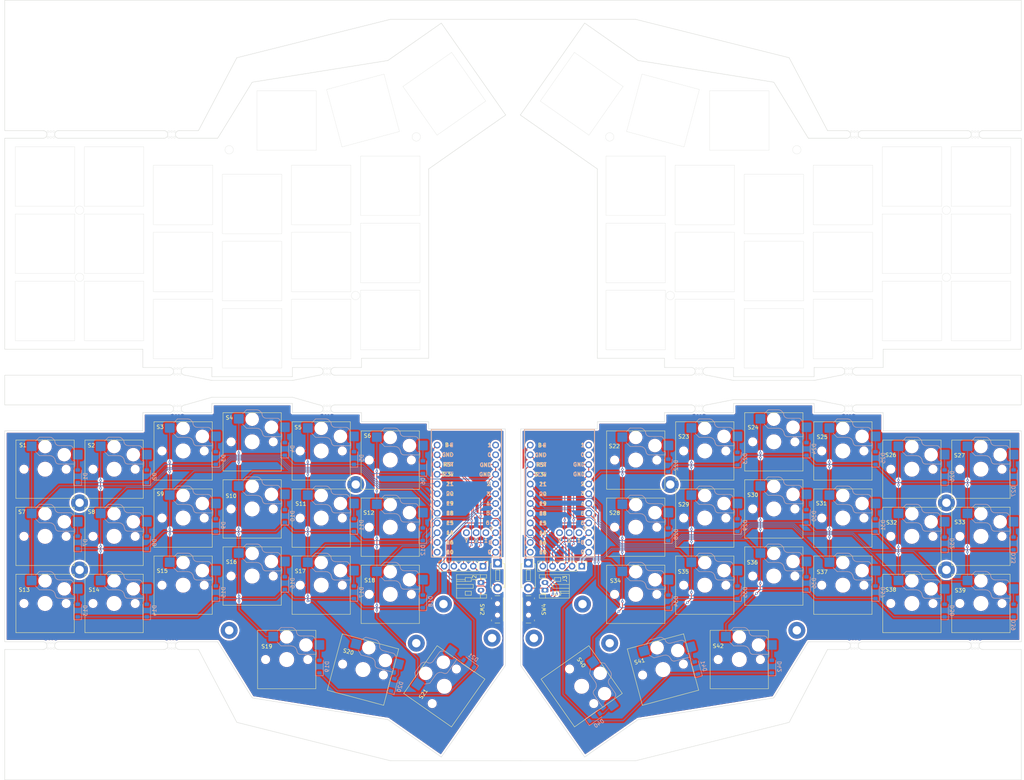
<source format=kicad_pcb>
(kicad_pcb (version 20240108) (generator "pcbnew") (generator_version "8.0")
  (layers (0 "F.Cu" signal) (31 "B.Cu" signal) (34 "B.Paste" user) (35 "F.Paste" user) (36 "B.SilkS" user "B.Silkscreen") (37 "F.SilkS" user "F.Silkscreen") (38 "B.Mask" user) (39 "F.Mask" user) (44 "Edge.Cuts" user))
  (net 0 "")
  (net 1 "row_0")
  (net 2 "Net-(D1-A)")
  (net 3 "Net-(D2-A)")
  (net 4 "Net-(D3-A)")
  (net 5 "Net-(D4-A)")
  (net 6 "Net-(D5-A)")
  (net 7 "Net-(D6-A)")
  (net 8 "row_1")
  (net 9 "Net-(D7-A)")
  (net 10 "Net-(D8-A)")
  (net 11 "Net-(D9-A)")
  (net 12 "Net-(D10-A)")
  (net 13 "Net-(D11-A)")
  (net 14 "Net-(D12-A)")
  (net 15 "row_2")
  (net 16 "Net-(D13-A)")
  (net 17 "Net-(D14-A)")
  (net 18 "Net-(D15-A)")
  (net 19 "Net-(D16-A)")
  (net 20 "Net-(D17-A)")
  (net 21 "Net-(D18-A)")
  (net 22 "Net-(D19-A)")
  (net 23 "row_3")
  (net 24 "Net-(D20-A)")
  (net 25 "Net-(D21-A)")
  (net 26 "col_0")
  (net 27 "col_1")
  (net 28 "col_2")
  (net 29 "col_3")
  (net 30 "col_4")
  (net 31 "col_5")
  (net 32 "vcc")
  (net 33 "ground")
  (net 35 "sck")
  (net 36 "mosi")
  (net 37 "cs")
  (net 40 "Net-(J2-Pin_2)")
  (net 41 "unconnected-(U1-2-Pad26)")
  (net 43 "reset")
  (net 44 "power")
  (net 45 "r_row_0")
  (net 46 "Net-(D22-A)")
  (net 47 "Net-(D23-A)")
  (net 48 "Net-(D24-A)")
  (net 49 "Net-(D25-A)")
  (net 50 "Net-(D26-A)")
  (net 51 "Net-(D27-A)")
  (net 52 "Net-(D28-A)")
  (net 53 "r_row_1")
  (net 54 "Net-(D29-A)")
  (net 55 "Net-(D30-A)")
  (net 56 "Net-(D31-A)")
  (net 57 "Net-(D32-A)")
  (net 58 "Net-(D33-A)")
  (net 59 "Net-(D34-A)")
  (net 60 "r_row_2")
  (net 61 "Net-(D35-A)")
  (net 62 "Net-(D36-A)")
  (net 63 "Net-(D37-A)")
  (net 64 "Net-(D38-A)")
  (net 65 "Net-(D39-A)")
  (net 66 "r_row_3")
  (net 67 "Net-(D40-A)")
  (net 68 "Net-(D41-A)")
  (net 69 "Net-(D42-A)")
  (net 70 "r_ground")
  (net 71 "Net-(J3-Pin_2)")
  (net 72 "r_sck")
  (net 73 "r_vcc")
  (net 74 "r_cs")
  (net 75 "r_mosi")
  (net 76 "r_col_0")
  (net 77 "r_col_1")
  (net 78 "r_col_2")
  (net 79 "r_col_3")
  (net 80 "r_col_4")
  (net 81 "r_col_5")
  (net 82 "r_reset")
  (net 83 "r_power")
  (footprint "MountingHole:MountingHole_2.2mm_M2_Pad" (layer "F.Cu") (at 261.48 151.8305)
    (property "Reference" "H9" (hide yes))
    (property "Value" "Mounting_Hole" (hide yes))
  )
  (footprint "ScottoKeebs_Hotswap:Hotswap_Choc_V1_1.00u" (layer "F.Cu") (at 234.48 120.8185)
    (property "Reference" "S25")
    (property "Value" "Keyswitch" (hide yes))
  )
  (footprint "ScottoKeebs_Hotswap:Hotswap_Choc_V1_1.00u" (layer "F.Cu") (at 180.48 140.6995)
    (property "Reference" "S28")
    (property "Value" "Keyswitch" (hide yes))
  )
  (footprint "ScottoKeebs_Hotswap:Hotswap_Choc_V1_1.00u" (layer "F.Cu") (at 44.48 160.5805)
    (property "Reference" "S14")
    (property "Value" "Keyswitch" (hide yes))
  )
  (footprint "ScottoKeebs_Hotswap:Hotswap_Choc_V1_1.00u" (layer "F.Cu") (at 180.48 123.1995)
    (property "Reference" "S22")
    (property "Value" "Keyswitch" (hide yes))
  )
  (footprint "ScottoKeebs_Hotswap:Hotswap_Choc_V1_1.00u" (layer "F.Cu") (at 187.586706 177.818502 15)
    (property "Reference" "S41")
    (property "Value" "Keyswitch" (hide yes))
  )
  (footprint "ScottoKeebs_Hotswap:Hotswap_Choc_V1_1.50u" (layer "F.Cu") (at 130.572739 182.17509 55)
    (property "Reference" "S21")
    (property "Value" "Keyswitch" (hide yes))
  )
  (footprint "ScottoKeebs_Hotswap:Hotswap_Choc_V1_1.00u" (layer "F.Cu") (at 98.48 155.8185)
    (property "Reference" "S17")
    (property "Value" "Keyswitch" (hide yes))
  )
  (footprint "ScottoKeebs_Hotswap:Hotswap_Choc_V1_1.00u" (layer "F.Cu") (at 89.48 175.1995)
    (property "Reference" "S19")
    (property "Value" "Keyswitch" (hide yes))
  )
  (footprint "ScottoKeebs_Components:Switch_MSK12C02" (layer "F.Cu") (at 152.53 162.1305 90)
    (property "Reference" "SW4")
    (property "Value" "SW_SPST")
  )
  (footprint "MountingHole:MountingHole_2.2mm_M2_Pad" (layer "F.Cu") (at 107.48 129.5685)
    (property "Reference" "H3" (hide yes))
    (property "Value" "Mounting_Hole" (hide yes))
  )
  (footprint "ScottoKeebs_Hotswap:Hotswap_Choc_V1_1.00u" (layer "F.Cu") (at 62.48 138.3185)
    (property "Reference" "S9")
    (property "Value" "Keyswitch" (hide yes))
  )
  (footprint "MountingHole:MountingHole_2.2mm_M2_Pad" (layer "F.Cu") (at 35.48 134.3305)
    (property "Reference" "H1" (hide yes))
    (property "Value" "Mounting_Hole" (hide yes))
  )
  (footprint "ScottoKeebs_Hotswap:Hotswap_Choc_V1_1.00u" (layer "F.Cu") (at 198.48 138.3185)
    (property "Reference" "S29")
    (property "Value" "Keyswitch" (hide yes))
  )
  (footprint "ScottoKeebs_Hotswap:Hotswap_Choc_V1_1.00u" (layer "F.Cu") (at 252.48 125.5805)
    (property "Reference" "S26")
    (property "Value" "Keyswitch" (hide yes))
  )
  (footprint "ScottoKeebs_Hotswap:Hotswap_Choc_V1_1.00u" (layer "F.Cu") (at 80.48 135.9375)
    (property "Reference" "S10")
    (property "Value" "Keyswitch" (hide yes))
  )
  (footprint "MountingHole:MountingHole_2.2mm_M2_Pad" (layer "F.Cu") (at 189.48 129.5685)
    (property "Reference" "H10" (hide yes))
    (property "Value" "Mounting_Hole" (hide yes))
  )
  (footprint "ScottoKeebs_Hotswap:Hotswap_Choc_V1_1.00u" (layer "F.Cu") (at 44.48 125.5805)
    (property "Reference" "S2")
    (property "Value" "Keyswitch" (hide yes))
  )
  (footprint "Connector_PinHeader_2.54mm:PinHeader_1x05_P2.54mm_Vertical" (layer "F.Cu") (at 166.42 150.8705 -90)
    (property "Reference" "J4" (hide yes))
    (property "Value" "Conn_01x05")
  )
  (footprint "ScottoKeebs_Hotswap:Hotswap_Choc_V1_1.00u" (layer "F.Cu") (at 62.48 120.8185)
    (property "Reference" "S3")
    (property "Value" "Keyswitch" (hide yes))
  )
  (footprint "MountingHole:MountingHole_2.2mm_M2_Pad" (layer "F.Cu") (at 123.266588 170.937504)
    (property "Reference" "H5" (hide yes))
    (property "Value" "Mounting_Hole" (hide yes))
  )
  (footprint "ScottoKeebs_Hotswap:Hotswap_Choc_V1_1.00u" (layer "F.Cu") (at 116.48 140.6995)
    (property "Reference" "S12")
    (property "Value" "Keyswitch" (hide yes))
  )
  (footprint "ScottoKeebs_Components:Button_MJTP1243" (layer "F.Cu") (at 152.47 150.0705 -90)
    (property "Reference" "SW3" (hide yes))
    (property "Value" "Reset Button")
  )
  (footprint "MountingHole:MountingHole_2.2mm_M2_Pad" (layer "F.Cu") (at 130.353229 160.741138)
    (property "Reference" "H6" (hide yes))
    (property "Value" "Mounting_Hole" (hide yes))
  )
  (footprint "ScottoKeebs_Hotswap:Hotswap_Choc_V1_1.00u" (layer "F.Cu") (at 62.48 155.8185)
    (property "Reference" "S15")
    (property "Value" "Keyswitch" (hide yes))
  )
  (footprint "ScottoKeebs_Hotswap:Hotswap_Choc_V1_1.00u" (layer "F.Cu") (at 44.48 143.0805)
    (property "Reference" "S8")
    (property "Value" "Keyswitch" (hide yes))
  )
  (footprint "ScottoKeebs_Hotswap:Hotswap_Choc_V1_1.00u" (layer "F.Cu") (at 116.48 123.1995)
    (property "Reference" "S6")
    (property "Value" "Keyswitch" (hide yes))
  )
  (footprint "ScottoKeebs_Hotswap:Hotswap_Choc_V1_1.00u" (layer "F.Cu") (at 198.48 155.8185)
    (property "Reference" "S35")
    (property "Value" "Keyswitch" (hide yes))
  )
  (footprint "MountingHole:MountingHole_2.2mm_M2_Pad" (layer "F.Cu") (at 153.93 169.618)
    (property "Reference" "H13" (hide yes))
    (property "Value" "Mounting_Hole" (hide yes))
  )
  (footprint "ScottoKeebs_Hotswap:Hotswap_Choc_V1_1.00u" (layer "F.Cu") (at 252.48 160.5805)
    (property "Reference" "S38")
    (property "Value" "Keyswitch" (hide yes))
  )
  (footprint "ScottoKeebs_Hotswap:Hotswap_Choc_V1_1.00u" (layer "F.Cu") (at 80.48 153.4375)
    (property "Reference" "S16")
    (property "Value" "Keyswitch" (hide yes))
  )
  (footprint "Connector_JST:JST_PH_S2B-PH-K_1x02_P2.00mm_Horizontal" (layer "F.Cu") (at 156.82 157.1205 90)
    (property "Reference" "J3")
    (property "Value" "Conn_01x02" (hide yes))
  )
  (footprint "ScottoKeebs_Hotswap:Hotswap_Choc_V1_1.00u" (layer "F.Cu") (at 270.48 143.0805)
    (property "Reference" "S33")
    (property "Value" "Keyswitch" (hide yes))
  )
  (footprint "ScottoKeebs_Hotswap:Hotswap_Choc_V1_1.00u" (layer "F.Cu") (at 216.48 118.4375)
    (property "Reference" "S24")
    (property "Value" "Keyswitch" (hide yes))
  )
  (footprint "ScottoKeebs_Components:Button_MJTP1243" (layer "F.Cu") (at 144.47 150.0705 -90)
    (property "Reference" "SW1" (hide yes))
    (property "Value" "Reset Button")
  )
  (footprint "ScottoKeebs_Hotswap:Hotswap_Choc_V1_1.00u" (layer "F.Cu") (at 26.48 143.0805)
    (property "Reference" "S7")
    (property "Value" "Keyswitch" (hide yes))
  )
  (footprint "MountingHole:MountingHole_2.2mm_M2_Pad" (layer "F.Cu") (at 143.03 169.617999)
    (property "Reference" "H7" (hide yes))
    (property "Value" "Mounting_Hole" (hide yes))
  )
  (footprint "ScottoKeebs_Hotswap:Hotswap_Choc_V1_1.00u" (layer "F.Cu") (at 109.373294 177.818502 -15)
    (property "Reference" "S20")
    (property "Value" "Keyswitch" (hide yes))
  )
  (footprint "ScottoKeebs_Hotswap:Hotswap_Choc_V1_1.00u" (layer "F.Cu") (at 216.48 135.9375)
    (property "Reference" "S30")
    (property "Value" "Keyswitch" (hide yes))
  )
  (footprint "Connector_JST:JST_PH_S2B-PH-K_1x02_P2.00mm_Horizontal" (layer "F.Cu") (at 140.12 155.1205 -90)
    (property "Reference" "J2")
    (property "Value" "Conn_01x02" (hide yes))
  )
  (footprint "ScottoKeebs_Hotswap:Hotswap_Choc_V1_1.00u" (layer "F.Cu") (at 198.48 120.8185)
    (property "Reference" "S23")
    (property "Value" "Keyswitch" (hide yes))
  )
  (footprint "ScottoKeebs_Hotswap:Hotswap_Choc_V1_1.00u" (layer "F.Cu") (at 216.48 153.4375)
    (property "Reference" "S36")
    (property "Value" "Keyswitch" (hide yes))
  )
  (footprint "ScottoKeebs_Hotswap:Hotswap_Choc_V1_1.00u" (layer "F.Cu") (at 26.48 125.5805)
    (property "Reference" "S1")
    (property "Value" "Keyswitch" (hide yes))
  )
  (footprint "Connector_PinHeader_2.54mm:PinHeader_1x05_P2.54mm_Vertical" (layer "F.Cu") (at 140.67 150.8705 -90)
    (property "Reference" "J1" (hide yes))
    (property "Value" "Conn_01x05" (hide yes))
  )
  (footprint "MountingHole:MountingHole_2.2mm_M2_Pad" (layer "F.Cu") (at 173.693412 170.937504)
    (property "Reference" "H12" (hide yes))
    (property "Value" "Mounting_Hole" (hide yes))
  )
  (footprint "ScottoKeebs_Hotswap:Hotswap_Choc_V1_1.00u" (layer "F.Cu") (at 270.48 125.5805)
    (property "Reference" "S27")
    (property "Value" "Keyswitch" (hide yes))
  )
  (footprint "ScottoKeebs_Components:Switch_MSK12C02" (layer "F.Cu") (at 144.43 162.130499 -90)
    (property "Reference" "SW2")
    (property "Value" "SW_SPST")
  )
  (footprint "ScottoKeebs_Hotswap:Hotswap_Choc_V1_1.00u" (layer "F.Cu") (at 252.48 143.0805)
    (property "Reference" "S32")
    (property "Value" "Keyswitch" (hide yes))
  )
  (footprint "MountingHole:MountingHole_2.2mm_M2_Pad" (layer "F.Cu") (at 166.606772 160.741139)
    (property "Reference" "H14" (hide yes))
    (property "Value" "Mounting_Hole" (hide yes))
  )
  (footprint "ScottoKeebs_Hotswap:Hotswap_Choc_V1_1.00u" (layer "F.Cu") (at 26.48 160.5805)
    (property "Reference" "S13")
    (property "Value" "Keyswitch" (hide yes))
  )
  (footprint "ScottoKeebs_Hotswap:Hotswap_Choc_V1_1.00u" (layer "F.Cu") (at 234.48 138.3185)
    (property "Reference" "S31")
    (property "Value" "Keyswitch" (hide yes))
  )
  (footprint "MountingHole:MountingHole_2.2mm_M2_Pad" (layer "F.Cu") (at 35.48 151.8305)
    (property "Reference" "H2" (hide yes))
    (property "Value" "Mounting_Hole" (hide yes))
  )
  (footprint "ScottoKeebs_Hotswap:Hotswap_Choc_V1_1.00u" (layer "F.Cu") (at 180.48 158.1995)
    (property "Reference" "S34")
    (property "Value" "Keyswitch" (hide yes))
  )
  (footprint "MountingHole:MountingHole_2.2mm_M2_Pad" (layer "F.Cu") (at 74.48 167.5805)
    (property "Reference" "H4" (hide yes))
    (property "Value" "Mounting_Hole" (hide yes))
  )
  (footprint "ScottoKeebs_Hotswap:Hotswap_Choc_V1_1.00u" (layer "F.Cu") (at 270.48 160.5805)
    (property "Reference" "S39")
    (property "Value" "Keyswitch" (hide yes))
  )
  (footprint "ScottoKeebs_Hotswap:Hotswap_Choc_V1_1.00u" (layer "F.Cu") (at 234.48 155.8185)
    (property "Reference" "S37")
    (property "Value" "Keyswitch" (hide yes))
  )
  (footprint "ScottoKeebs_Hotswap:Hotswap_Choc_V1_1.00u" (layer "F.Cu") (at 207.48 175.1995)
    (property "Reference" "S42")
    (property "Value" "Keyswitch" (hide yes))
  )
  (footprint "ScottoKeebs_Hotswap:Hotswap_Choc_V1_1.00u" (layer "F.Cu") (at 98.48 138.3185)
    (property "Reference" "S11")
    (property "Value" "Keyswitch" (hide yes))
  )
  (footprint "MountingHole:MountingHole_2.2mm_M2_Pad" (layer "F.Cu") (at 222.48 167.5805)
    (property "Reference" "H11" (hide yes))
    (property "Value" "Mounting_Hole" (hide yes))
  )
  (footprint "ScottoKeebs_Hotswap:Hotswap_Choc_V1_1.00u" (layer "F.Cu") (at 98.48 120.8185)
    (property "Reference" "S5")
    (property "Value" "Keyswitch" (hide yes))
  )
  (footprint "ScottoKeebs_Hotswap:Hotswap_Choc_V1_1.50u" (layer "F.Cu") (at 166.387262 182.17509 -55)
    (property "Reference" "S40")
    (property "Value" "Keyswitch" (hide yes))
  )
  (footprint "MountingHole:MountingHole_2.2mm_M2_Pad" (layer "F.Cu") (at 261.48 134.3305)
    (property "Reference" "H8" (hide yes))
    (property "Value" "Mounting_Hole" (hide yes))
  )
  (footprint "ScottoKeebs_Hotswap:Hotswap_Choc_V1_1.00u" (layer "F.Cu") (at 116.48 158.1995)
    (property "Reference" "S18")
    (property "Value" "Keyswitch" (hide yes))
  )
  (footprint "ScottoKeebs_Hotswap:Hotswap_Choc_V1_1.00u" (layer "F.Cu") (at 80.48 118.4375)
    (property "Reference" "S4")
    (property "Value" "Keyswitch" (hide yes))
  )
  (footprint "Diode_SMD:D_SOD-123" (layer "B.Cu") (at 98 177.0495 90)
    (property "Reference" "D19")
    (property "Value" "1N4148W")
  )
  (footprint "Diode_SMD:D_SOD-123" (layer "B.Cu") (at 34.98 162.4305 90)
    (property "Reference" "D13")
    (property "Value" "1N4148W")
  )
  (footprint "Diode_SMD:D_SOD-123" (layer "B.Cu") (at 52.98 162.4305 90)
    (property "Reference" "D14")
    (property "Value" "1N4148W")
  )
  (footprint "Diode_SMD:D_SOD-123" (layer "B.Cu") (at 106.99 157.6685 90)
    (property "Reference" "D17")
    (property "Value" "1N4148W")
  )
  (footprint "Diode_SMD:D_SOD-123" (layer "B.Cu") (at 124.97 142.5495 90)
    (property "Reference" "D12")
    (property "Value" "1N4148W")
  )
  (footprint "Diode_SMD:D_SOD-123" (layer "B.Cu") (at 188.97 142.5495 90)
    (property "Reference" "D28")
    (property "Value" "1N4148W")
  )
  (footprint "Diode_SMD:D_SOD-123" (layer "B.Cu") (at 70.99 157.6685 90)
    (property "Reference" "D15")
    (property "Value" "1N4148W")
  )
  (footprint "Diode_SMD:D_SOD-123" (layer "B.Cu") (at 242.98 140.1685 90)
    (property "Reference" "D31")
    (property "Value" "1N4148W")
  )
  (footprint "Diode_SMD:D_SOD-123" (layer "B.Cu") (at 224.97 155.2875 90)
    (property "Reference" "D36")
    (property "Value" "1N4148W")
  )
  (footprint "Diode_SMD:D_SOD-123" (layer "B.Cu") (at 136.952097 176.289796 145)
    (property "Reference" "D21")
    (property "Value" "1N4148W")
  )
  (footprint "Diode_SMD:D_SOD-123" (layer "B.Cu") (at 52.98 144.6805 90)
    (property "Reference" "D8")
    (property "Value" "1N4148W")
  )
  (footprint "Diode_SMD:D_SOD-123" (layer "B.Cu") (at 206.99 140.1685 90)
    (property "Reference" "D29")
    (property "Value" "1N4148W")
  )
  (footprint "Diode_SMD:D_SOD-123" (layer "B.Cu") (at 70.99 140.1685 90)
    (property "Reference" "D9")
    (property "Value" "1N4148W")
  )
  (footprint "Diode_SMD:D_SOD-123" (layer "B.Cu") (at 106.98 140.1685 90)
    (property "Reference" "D11")
    (property "Value" "1N4148W")
  )
  (footprint "Diode_SMD:D_SOD-123" (layer "B.Cu") (at 224.99 120.2875 90)
    (property "Reference" "D24")
    (property "Value" "1N4148W")
  )
  (footprint "Diode_SMD:D_SOD-123" (layer "B.Cu") (at 70.97 122.6685 90)
    (property "Reference" "D3")
    (property "Value" "1N4148W")
  )
  (footprint "Diode_SMD:D_SOD-123" (layer "B.Cu") (at 278.98 127.4305 90)
    (property "Reference" "D27")
    (property "Value" "1N4148W")
  )
  (footprint "Diode_SMD:D_SOD-123" (layer "B.Cu") (at 260.98 127.4305 90)
    (property "Reference" "D26")
    (property "Value" "1N4148W")
  )
  (footprint "Diode_SMD:D_SOD-123" (layer "B.Cu") (at 242.97 157.6685 90)
    (property "Reference" "D37")
    (property "Value" "1N4148W")
  )
  (footprint "Diode_SMD:D_SOD-123" (layer "B.Cu") (at 34.97 144.6805 90)
    (property "Reference" "D7")
    (property "Value" "1N4148W")
  )
  (footprint "Diode_SMD:D_SOD-123" (layer "B.Cu") (at 124.97 160.0495 90)
    (property "Reference" "D18")
    (property "Value" "1N4148W")
  )
  (footprint "Diode_SMD:D_SOD-123" (layer "B.Cu") (at 88.99 155.2875 90)
    (property "Reference" "D16")
    (property "Value" "1N4148W")
  )
  (footprint "Diode_SMD:D_SOD-123" (layer "B.Cu") (at 278.97 144.9305 90)
    (property "Reference" "D33")
    (property "Value" "1N4148W")
  )
  (footprint "Diode_SMD:D_SOD-123" (layer "B.Cu") (at 260.99 162.4305 90)
    (property "Reference" "D38")
    (property "Value" "1N4148W")
  )
  (footprint "Diode_SMD:D_SOD-123" (layer "B.Cu") (at 34.98 127.4305 90)
    (property "Reference" "D1")
    (property "Value" "1N4148W")
  )
  (footprint "Diode_SMD:D_SOD-123" (layer "B.Cu") (at 107 122.6685 90)
    (property "Reference" "D5")
    (property "Value" "1N4148W")
  )
  (footprint "Diode_SMD:D_SOD-123" (layer "B.Cu") (at 224.97 137.7875 90)
    (property "Reference" "D30")
    (property "Value" "1N4148W")
  )
  (footprint "Diode_SMD:D_SOD-123" (layer "B.Cu") (at 188.96 124.6085 90)
    (property "Reference" "D22")
    (property "Value" "1N4148W")
  )
  (footprint "Diode_SMD:D_SOD-123" (layer "B.Cu") (at 188.97 160.0495 90)
    (property "Reference" "D34")
    (property "Value" "1N4148W")
  )
  (footprint "ScottoKeebs_MCU:Nice_Nano_V2" (layer "B.Cu") (at 160.6 132.9705 180)
    (property "Reference" "U2" (hide yes))
    (property "Value" "Nice_Nano_V2" (hide yes))
  )
  (footprint "Diode_SMD:D_SOD-123" (layer "B.Cu") (at 169.758702 190.215382 35)
    (property "Reference" "D40")
    (property "Value" "1N4148W")
  )
  (footprint "Diode_SMD:D_SOD-123" (layer "B.Cu") (at 52.98 127.4305 90)
    (property "Reference" "D2")
    (property "Value" "1N4148W")
  )
  (footprint "Diode_SMD:D_SOD-123" (layer "B.Cu") (at 206.98 122.8185 90)
    (property "Reference" "D23")
    (property "Value" "1N4148W")
  )
  (footprint "Diode_SMD:D_SOD-123" (layer "B.Cu") (at 278.99 162.4305 90)
    (property "Reference" "D39")
    (property "Value" "1N4148W")
  )
  (footprint "Diode_SMD:D_SOD-123" (layer "B.Cu") (at 206.99 157.6685 90)
    (property "Reference" "D35")
    (property "Value" "1N4148W")
  )
  (footprint "Diode_SMD:D_SOD-123" (layer "B.Cu") (at 124.99 125.0495 90)
    (property "Reference" "D6")
    (property "Value" "1N4148W")
  )
  (footprint "Diode_SMD:D_SOD-123" (layer "B.Cu") (at 88.99 137.7875 90)
    (property "Reference" "D10")
    (property "Value" "1N4148W")
  )
  (footprint "Diode_SMD:D_SOD-123" (layer "B.Cu") (at 117.104848 181.805427 75)
    (property "Reference" "D20")
    (property "Value" "1N4148W")
  )
  (footprint "Diode_SMD:D_SOD-123" (layer "B.Cu") (at 88.98 120.2875 90)
    (property "Reference" "D4")
    (property "Value" "1N4148W")
  )
  (footprint "Diode_SMD:D_SOD-123" (layer "B.Cu") (at 215.98 177.0495 90)
    (property "Reference" "D42")
    (property "Value" "1N4148W")
  )
  (footprint "ScottoKeebs_MCU:Nice_Nano_V2" (layer "B.Cu") (at 136.33 132.9705 180)
    (property "Reference" "U1" (hide yes))
    (property "Value" "Nice_Nano_V2" (hide yes))
  )
  (footprint "Diode_SMD:D_SOD-123" (layer "B.Cu") (at 260.99 144.9305 90)
    (property "Reference" "D32")
    (property "Value" "1N4148W")
  )
  (footprint "Diode_SMD:D_SOD-123" (layer "B.Cu") (at 242.98 122.6685 90)
    (property "Reference" "D25")
    (property "Value" "1N4148W")
  )
  (footprint "Diode_SMD:D_SOD-123" (layer "B.Cu") (at 196.266232 177.408091 105)
    (property "Reference" "D41")
    (property "Value" "1N4148W")
  )
  (gr_circle (center 99.23 99.3065) (end 99.48 99.3065) (stroke (width 0.05)) (fill none) (layer "Edge.Cuts"))
  (gr_circle (center 28.73 37.5445) (end 28.98 37.5445) (stroke (width 0.05)) (fill none) (layer "Edge.Cuts"))
  (gr_line (start 25.98 37.2945) (end 15.98 37.2945) (stroke (width 0.1)) (layer "Edge.Cuts"))
  (gr_line (start 170.48 113.1995) (end 170.48 115.0805) (stroke (width 0.1)) (layer "Edge.Cuts"))
  (gr_arc (start 97.98 108.8185) (mid 98.98 109.8185) (end 97.98 110.8185) (stroke (width 0.1)) (layer "Edge.Cuts"))
  (gr_line (start 58.98 101.0565) (end 15.98 101.0565) (stroke (width 0.1)) (layer "Edge.Cuts"))
  (gr_line (start 208.73 64.1875) (end 208.73 48.6875) (stroke (width 0.05)) (layer "Edge.Cuts"))
  (gr_circle (center 238.23 39.0445) (end 238.48 39.0445) (stroke (width 0.05)) (fill none) (layer "Edge.Cuts"))
  (gr_line (start 260.23 74.5445) (end 244.73 74.5445) (stroke (width 0.05)) (layer "Edge.Cuts"))
  (gr_line (start 108.73 59.4255) (end 124.23 59.4255) (stroke (width 0.05)) (layer "Edge.Cuts"))
  (gr_line (start 244.73 92.0445) (end 244.73 76.5445) (stroke (width 0.05)) (layer "Edge.Cuts"))
  (gr_line (start 129.792249 9.265958) (end 146.570178 33.227206) (stroke (width 0.1)) (layer "Edge.Cuts"))
  (gr_line (start 18.73 92.0445) (end 34.23 92.0445) (stroke (width 0.05)) (layer "Edge.Cuts"))
  (gr_line (start 235.48 170.5805) (end 225.48 170.5805) (stroke (width 0.1)) (layer "Edge.Cuts"))
  (gr_line (start 71.48 170.5805) (end 80.48 185.1995) (stroke (width 0.1)) (layer "Edge.Cuts"))
  (gr_line (start 205.98 102.4375) (end 198.98 101.0565) (stroke (width 0.1)) (layer "Edge.Cuts"))
  (gr_line (start 237.98 101.0565) (end 280.98 101.0565) (stroke (width 0.1)) (layer "Edge.Cuts"))
  (gr_line (start 172.73 43.9255) (end 188.23 43.9255) (stroke (width 0.05)) (layer "Edge.Cuts"))
  (gr_circle (center 61.73 110.5685) (end 61.98 110.5685) (stroke (width 0.05)) (fill none) (layer "Edge.Cuts"))
  (gr_line (start 216.48 185.1995) (end 181.093335 190.858243) (stroke (width 0.1)) (layer "Edge.Cuts"))
  (gr_circle (center 100.73 109.0685) (end 100.98 109.0685) (stroke (width 0.05)) (fill none) (layer "Edge.Cuts"))
  (gr_line (start 181.093335 190.858243) (end 167.167751 200.609042) (stroke (width 0.1)) (layer "Edge.Cuts"))
  (gr_line (start 260.23 59.0445) (end 260.23 74.5445) (stroke (width 0.05)) (layer "Edge.Cuts"))
  (gr_arc (start 58.98 108.8185) (mid 59.98 109.8185) (end 58.98 110.8185) (stroke (width 0.1)) (layer "Edge.Cuts"))
  (gr_arc (start 270.98 172.5805) (mid 269.98 171.5805) (end 270.98 170.5805) (stroke (width 0.1)) (layer "Edge.Cuts"))
  (gr_line (start 244.98 99.0565) (end 237.98 99.0565) (stroke (width 0.1)) (layer "Edge.Cuts"))
  (gr_line (start 194.98 101.0565) (end 101.98 101.0565) (stroke (width 0.1)) (layer "Edge.Cuts"))
  (gr_circle (center 99.98 99.3065) (end 100.23 99.3065) (stroke (width 0.05)) (fill none) (layer "Edge.Cuts"))
  (gr_line (start 225.48 39.2945) (end 216.48 24.6755) (stroke (width 0.1)) (layer "Edge.Cuts"))
  (gr_circle (center 61.73 99.3065) (end 61.98 99.3065) (stroke (width 0.05)) (fill none) (layer "Edge.Cuts"))
  (gr_line (start 97.98 99.0565) (end 90.98 99.0565) (stroke (width 0.1)) (layer "Edge.Cuts"))
  (gr_line (start 226.73 63.8065) (end 242.23 63.8065) (stroke (width 0.05)) (layer "Edge.Cuts"))
  (gr_line (start 182.106629 22.564726) (end 197.078479 26.576421) (stroke (width 0.05)) (layer "Edge.Cuts"))
  (gr_circle (center 60.23 170.8305) (end 60.48 170.8305) (stroke (width 0.05)) (fill none) (layer "Edge.Cuts"))
  (gr_line (start 172.73 61.4255) (end 188.23 61.4255) (stroke (width 0.05)) (layer "Edge.Cuts"))
  (gr_line (start 90.73 79.3065) (end 106.23 79.3065) (stroke (width 0.05)) (layer "Edge.Cuts"))
  (gr_circle (center 238.23 37.5445) (end 238.48 37.5445) (stroke (width 0.05)) (fill none) (layer "Edge.Cuts"))
  (gr_circle (center 100.73 110.5685) (end 100.98 110.5685) (stroke (width 0.05)) (fill none) (layer "Edge.Cuts"))
  (gr_line (start 90.73 96.8065) (end 106.23 96.8065) (stroke (width 0.05)) (layer "Edge.Cuts"))
  (gr_circle (center 196.98 110.5685) (end 197.23 110.5685) (stroke (width 0.05)) (fill none) (layer "Edge.Cuts"))
  (gr_line (start 188.23 59.4255) (end 172.73 59.4255) (stroke (width 0.05)) (layer "Edge.Cuts"))
  (gr_line (start 70.23 79.3065) (end 70.23 63.8065) (stroke (width 0.05)) (layer "Edge.Cuts"))
  (gr_line (start 108.98 110.8185) (end 101.98 110.8185) (stroke (width 0.1)) (layer "Edge.Cuts"))
  (gr_circle (center 268.23 37.5445) (end 268.48 37.5445) (stroke (width 0.05)) (fill none) (layer "Edge.Cuts"))
  (gr_line (start 224.23 81.6875) (end 208.73 81.6875) (stroke (width 0.05)) (layer "Edge.Cuts"))
  (gr_circle (center 268.98 39.0445) (end 269.23 39.0445) (stroke (width 0.05)) (fill none) (layer "Edge.Cuts"))
  (gr_circle (center 269.73 170.8305) (end 269.98 170.8305) (stroke (width 0.05)) (fill none) (layer "Edge.Cuts"))
  (gr_line (start 126.48 96.6755) (end 126.48 47.2945) (stroke (width 0.1)) (layer "Edge.Cuts"))
  (gr_line (start 167.167751 9.265958) (end 150.390328 33.226484) (stroke (width 0.1)) (layer "Edge.Cuts"))
  (gr_line (start 119.779093 25.796699) (end 128.669528 38.493555) (stroke (width 0.05)) (layer "Edge.Cuts"))
  (gr_line (start 108.73 43.9255) (end 108.73 59.4255) (stroke (width 0.05)) (layer "Edge.Cuts"))
  (gr_circle (center 60.23 109.0685) (end 60.48 109.0685) (stroke (width 0.05)) (fill none) (layer "Edge.Cuts"))
  (gr_line (start 172.73 59.4255) (end 172.73 43.9255) (stroke (width 0.05)) (layer "Edge.Cuts"))
  (gr_arc (start 62.98 101.0565) (mid 61.98 100.0565) (end 62.98 99.0565) (stroke (width 0.1)) (layer "Edge.Cuts"))
  (gr_line (start 70.23 63.8065) (end 54.73 63.8065) (stroke (width 0.05)) (layer "Edge.Cuts"))
  (gr_line (start 118.865067 37.536576) (end 114.853371 22.564726) (stroke (width 0.05)) (layer "Edge.Cuts"))
  (gr_arc (start 25.98 170.5805) (mid 26.98 171.5805) (end 25.98 172.5805) (stroke (width 0.1)) (layer "Edge.Cuts"))
  (gr_arc (start 237.98 110.8185) (mid 236.98 109.8185) (end 237.98 108.8185) (stroke (width 0.1)) (layer "Edge.Cuts"))
  (gr_line (start 72.73 81.6875) (end 88.23 81.6875) (stroke (width 0.05)) (layer "Edge.Cuts"))
  (gr_line (start 36.73 92.0445) (end 52.23 92.0445) (stroke (width 0.05)) (layer "Edge.Cuts"))
  (gr_line (start 70.23 46.3065) (end 54.73 46.3065) (stroke (width 0.05)) (layer "Edge.Cuts"))
  (gr_circle (center 236.73 110.5685) (end 236.98 110.5685) (stroke (width 0.05)) (fill none) (layer "Edge.Cuts"))
  (gr_arc (start 237.98 101.0565) (mid 236.98 100.0565) (end 237.98 99.0565) (stroke (width 0.1)) (layer "Edge.Cuts"))
  (gr_line (start 54.73 81.3065) (end 54.73 96.8065) (stroke (width 0.05)) (layer "Edge.Cuts"))
  (gr_arc (start 29.98 172.5805) (mid 28.98 171.5805) (end 29.98 170.5805) (stroke (width 0.1)) (layer "Edge.Cuts"))
  (gr_circle (center 99.98 109.0685) (end 100.23 109.0685) (stroke (width 0.05)) (fill none) (layer "Edge.Cuts"))
  (gr_line (start 187.98 99.0565) (end 194.98 99.0565) (stroke (width 0.1)) (layer "Edge.Cuts"))
  (gr_circle (center 27.23 172.3305) (end 27.48 172.3305) (stroke (width 0.05)) (fill none) (layer "Edge.Cuts"))
  (gr_circle (center 196.23 100.8065) (end 195.98 100.8065) (stroke (width 0.05)) (fill none) (layer "Edge.Cuts"))
  (gr_line (start 278.23 92.0445) (end 262.73 92.0445) (stroke (width 0.05)) (layer "Edge.Cuts"))
  (gr_circle (center 123.266588 38.937496) (end 124.366588 38.937496) (stroke (width 0.05)) (fill none) (layer "Edge.Cuts"))
  (gr_line (start 106.23 96.8065) (end 106.23 81.3065) (stroke (width 0.05)) (layer "Edge.Cuts"))
  (gr_circle (center 59.48 37.5445) (end 59.73 37.5445) (stroke (width 0.05)) (fill none) (layer "Edge.Cuts"))
  (gr_circle (center 58.73 39.0445) (end 58.98 39.0445) (stroke (width 0.05)) (fill none) (layer "Edge.Cuts"))
  (gr_arc (start 101.98 110.8185) (mid 100.98 109.8185) (end 101.98 108.8185) (stroke (width 0.1)) (layer "Edge.Cuts"))
  (gr_line (start 129.792249 200.609042) (end 146.48 176.7805) (stroke (width 0.1)) (layer "Edge.Cuts"))
  (gr_line (start 150.48 176.7805) (end 150.48 115.0805) (stroke (width 0.1)) (layer "Edge.Cuts"))
  (gr_line (start 235.48 37.2945) (end 230.48 37.2945) (stroke (width 0.1)) (layer "Edge.Cuts"))
  (gr_line (start 180.48 8.2945) (end 147.48 8.2945) (stroke (width 0.1)) (layer "Edge.Cuts"))
  (gr_circle (center 35.48 75.5445) (end 36.58 75.5445) (stroke (width 0.05)) (fill none) (layer "Edge.Cuts"))
  (gr_line (start 128.669528 38.493555) (end 141.366385 29.603121) (stroke (width 0.05)) (layer "Edge.Cuts"))
  (gr_line (start 280.98 108.8185) (end 280.98 101.0565) (stroke (width 0.1)) (layer "Edge.Cuts"))
  (gr_circle (center 236.73 37.5445) (end 236.98 37.5445) (stroke (width 0.05)) (fill none) (layer "Edge.Cuts"))
  (gr_line (start 90.98 102.4375) (end 69.98 102.4375) (stroke (width 0.1)) (layer "Edge.Cuts"))
  (gr_line (start 278.23 76.5445) (end 278.23 92.0445) (stroke (width 0.05)) (layer "Edge.Cuts"))
  (gr_line (start 230.48 172.5805) (end 220.48 191.5805) (stroke (width 0.1)) (layer "Edge.Cuts"))
  (gr_line (start 224.23 64.1875) (end 208.73 64.1875) (stroke (width 0.05)) (layer "Edge.Cuts"))
  (gr_line (start 170.48 94.7945) (end 170.48 47.2945) (stroke (width 0.1)) (layer "Edge.Cuts"))
  (gr_circle (center 268.98 172.3305) (end 269.23 172.3305) (stroke (width 0.05)) (fill none) (layer "Edge.Cuts"))
  (gr_circle (center 268.23 39.0445) (end 268.48 39.0445) (stroke (width 0.05)) (fill none) (layer "Edge.Cuts"))
  (gr_line (start 58.98 108.8185) (end 15.98 108.8185) (stroke (width 0.1)) (layer "Edge.Cuts"))
  (gr_line (start 224.23 48.6875) (end 224.23 64.1875) (stroke (width 0.05)) (layer "Edge.Cuts"))
  (gr_line (start 244.73 76.5445) (end 260.23 76.5445) (stroke (width 0.05)) (layer "Edge.Cuts"))
  (gr_circle (center 236.73 39.0445) (end 236.98 39.0445) (stroke (width 0.05)) (fill none) (layer "Edge.Cuts"))
  (gr_arc (start 61.48 172.5805) (mid 60.48 171.5805) (end 61.48 170.5805) (stroke (width 0.1)) (layer "Edge.Cuts"))
  (gr_circle (center 196.23 99.3065) (end 195.98 99.3065) (stroke (width 0.05)) (fill none) (layer "Edge.Cuts"))
  (gr_arc (start 97.98 99.0565) (mid 98.98 100.0565) (end 97.98 101.0565) (stroke (width 0.1)) (layer "Edge.Cuts"))
  (gr_line (start 51.98 110.8185) (end 58.98 110.8185) (stroke (width 0.1)) (layer "Edge.Cuts"))
  (gr_line (start 262.73 74.5445) (end 262.73 59.0445) (stroke (width 0.05)) (layer "Edge.Cuts"))
  (gr_line (start 124.23 61.4255) (end 108.73 61.4255) (stroke (width 0.05)) (layer "Edge.Cuts"))
  (gr_line (start 15.98 172.5805) (end 15.98 206.5805) (stroke (width 0.1)) (layer "Edge.Cuts"))
  (gr_circle (center 60.98 99.3065) (end 61.23 99.3065) (stroke (width 0.05)) (fill none) (layer "Edge.Cuts"))
  (gr_line (start 237.98 108.8185) (end 280.98 108.8185) (stroke (width 0.1)) (layer "Edge.Cuts"))
  (gr_line (start 226.98 107.4375) (end 233.98 108.8185) (stroke (width 0.1)) (layer "Edge.Cuts"))
  (gr_line (start 116.48 201.5805) (end 150.48 201.5805) (stroke (width 0.1)) (layer "Edge.Cuts"))
  (gr_line (start 260.23 92.0445) (end 244.73 92.0445) (stroke (width 0.05)) (layer "Edge.Cuts"))
  (gr_line (start 187.98 110.8185) (end 194.98 110.8185) (stroke (width 0.1)) (layer "Edge.Cuts"))
  (gr_circle (center 236.73 109.0685) (end 236.98 109.0685) (stroke (width 0.05)) (fill none) (layer "Edge.Cuts"))
  (gr_line (start 69.98 101.4375) (end 90.98 101.4375) (stroke (width 0.1)) (layer "Edge.Cuts"))
  (gr_line (start 280.98 39.2945) (end 270.98 39.2945) (stroke (width 0.1)) (layer "Edge.Cuts"))
  (gr_line (start 244.73 57.0445) (end 244.73 41.5445) (stroke (width 0.05)) (layer "Edge.Cuts"))
  (gr_circle (center 27.23 37.5445) (end 27.48 37.5445) (stroke (width 0.05)) (fill none) (layer "Edge.Cuts"))
  (gr_line (start 76.48 18.2945) (end 116.48 8.2945) (stroke (width 0.1)) (layer "Edge.Cuts"))
  (gr_line (start 188.23 94.4255) (end 172.73 94.4255) (stroke (width 0.05)) (layer "Edge.Cuts"))
  (gr_circle (center 99.23 109.0685) (end 99.48 109.0685) (stroke (width 0.05)) (fill none) (layer "Edge.Cuts"))
  (gr_line (start 36.73 76.5445) (end 36.73 92.0445) (stroke (width 0.05)) (layer "Edge.Cuts"))
  (gr_circle (center 235.98 109.0685) (end 236.23 109.0685) (stroke (width 0.05)) (fill none) (layer "Edge.Cuts"))
  (gr_line (start 198.98 108.8185) (end 205.98 107.4375) (stroke (width 0.1)) (layer "Edge.Cuts"))
  (gr_line (start 18.73 41.5445) (end 18.73 57.0445) (stroke (width 0.05)) (layer "Edge.Cuts"))
  (gr_line (start 270.98 172.5805) (end 280.98 172.5805) (stroke (width 0.1)) (layer "Edge.Cuts"))
  (gr_line (start 280.98 94.2945) (end 280.98 39.2945) (stroke (width 0.1)) (layer "Edge.Cuts"))
  (gr_line (start 36.73 57.0445) (end 52.23 57.0445) (stroke (width 0.05)) (layer "Edge.Cuts"))
  (gr_circle (center 99.23 110.5685) (end 99.48 110.5685) (stroke (width 0.05)) (fill none) (layer "Edge.Cuts"))
  (gr_circle (center 60.23 37.5445) (end 60.48 37.5445) (stroke (width 0.05)) (fill none) (layer "Edge.Cuts"))
  (gr_line (start 52.23 92.0445) (end 52.23 76.5445) (stroke (width 0.05)) (layer "Edge.Cuts"))
  (gr_circle (center 58.73 172.3305) (end 58.98 172.3305) (stroke (width 0.05)) (fill none) (layer "Edge.Cuts"))
  (gr_arc (start 198.98 101.0565) (mid 197.98 100.0565) (end 198.98 99.0565) (stroke (width 0.1)) (layer "Edge.Cuts"))
  (gr_circle (center 236.73 100.8065) (end 236.48 100.8065) (stroke (width 0.05)) (fill none) (layer "Edge.Cuts"))
  (gr_line (start 18.73 76.5445) (end 18.73 92.0445) (stroke (width 0.05)) (layer "Edge.Cuts"))
  (gr_circle (center 99.98 100.8065) (end 100.23 100.8065) (stroke (width 0.05)) (fill none) (layer "Edge.Cuts"))
  (gr_line (start 106.23 46.3065) (end 90.73 46.3065) (stroke (width 0.05)) (layer "Edge.Cuts"))
  (gr_line (start 242.23 79.3065) (end 226.73 79.3065) (stroke (width 0.05)) (layer "Edge.Cuts"))
  (gr_line (start 108.98 113.1995) (end 126.48 113.1995) (stroke (width 0.1)) (layer "Edge.Cuts"))
  (gr_line (start 90.98 106.8185) (end 97.98 108.8185) (stroke (width 0.1)) (layer "Edge.Cuts"))
  (gr_line (start 190.73 81.3065) (end 206.23 81.3065) (stroke (width 0.05)) (layer "Edge.Cuts"))
  (gr_line (start 52.23 41.5445) (end 36.73 41.5445) (stroke (width 0.05)) (layer "Edge.Cuts"))
  (gr_circle (center 235.98 100.8065) (end 235.73 100.8065) (stroke (width 0.05)) (fill none) (layer "Edge.Cuts"))
  (gr_line (start 220.48 191.5805) (end 180.48 201.5805) (stroke (width 0.1)) (layer "Edge.Cuts"))
  (gr_line (start 205.98 110.8185) (end 205.98 108.4375) (stroke (width 0.1)) (layer "Edge.Cuts"))
  (gr_line (start 15.98 101.0565) (end 15.98 108.8185) (stroke (width 0.1)) (layer "Edge.Cuts"))
  (gr_circle (center 60.98 109.0685) (end 61.23 109.0685) (stroke (width 0.05)) (fill none) (layer "Edge.Cuts"))
  (gr_line (start 29.98 170.5805) (end 57.48 170.5805) (stroke (width 0.1)) (layer "Edge.Cuts"))
  (gr_line (start 208.73 81.6875) (end 208.73 66.1875) (stroke (width 0.05)) (layer "Edge.Cuts"))
  (gr_circle (center 269.73 37.5445) (end 269.98 37.5445) (stroke (width 0.05)) (fill none) (layer "Edge.Cuts"))
  (gr_line (start 215.23 42.4255) (end 199.73 42.4255) (stroke (width 0.05)) (layer "Edge.Cuts"))
  (gr_line (start 54.73 63.8065) (end 54.73 79.3065) (stroke (width 0.05)) (layer "Edge.Cuts"))
  (gr_line (start 167.167751 200.609042) (end 150.48 176.7805) (stroke (width 0.1)) (layer "Edge.Cuts"))
  (gr_line (start 97.23 42.4255) (end 97.23 26.9255) (stroke (width 0.05)) (layer "Edge.Cuts"))
  (gr_line (start 15.98 39.2945) (end 25.98 39.2945) (stroke (width 0.1)) (layer "Edge.Cuts"))
  (gr_circle (center 238.23 172.3305) (end 238.48 172.3305) (stroke (width 0.05)) (fill none) (layer "Edge.Cuts"))
  (gr_line (start 66.48 172.5805) (end 76.48 191.5805) (stroke (width 0.1)) (layer "Edge.Cuts"))
  (gr_circle (center 261.48 58.0445) (end 260.38 58.0445) (stroke (width 0.05)) (fill none) (layer "Edge.Cuts"))
  (gr_circle (center 74.48 42.2945) (end 75.58 42.2945) (stroke (width 0.05)) (fill none) (layer "Edge.Cuts"))
  (gr_circle (center 196.23 110.5685) (end 196.48 110.5685) (stroke (width 0.05)) (fill none) (layer "Edge.Cuts"))
  (gr_line (start 155.593615 29.603121) (end 164.48405 16.906264) (stroke (width 0.05)) (layer "Edge.Cuts"))
  (gr_circle (center 99.23 100.8065) (end 99.48 100.8065) (stroke (width 0.05)) (fill none) (layer "Edge.Cuts"))
  (gr_line (start 54.73 46.3065) (end 54.73 61.8065) (stroke (width 0.05)) (layer "Edge.Cuts"))
  (gr_line (start 18.73 57.0445) (end 34.23 57.0445) (stroke (width 0.05)) (layer "Edge.Cuts"))
  (gr_line (start 208.73 83.6875) (end 224.23 83.6875) (stroke (width 0.05)) (layer "Edge.Cuts"))
  (gr_line (start 72.73 99.1875) (end 88.23 99.1875) (stroke (width 0.05)) (layer "Edge.Cuts"))
  (gr_line (start 115.866665 19.016757) (end 129.792249 9.265958) (stroke (width 0.1)) (layer "Edge.Cuts"))
  (gr_line (start 126.48 47.2945) (end 146.570178 33.227206) (stroke (width 0.1)) (layer "Edge.Cuts"))
  (gr_line (start 70.23 96.8065) (end 70.23 81.3065) (stroke (width 0.05)) (layer "Edge.Cuts"))
  (gr_line (start 66.48 37.2945) (end 76.48 18.2945) (stroke (width 0.1)) (layer "Edge.Cuts"))
  (gr_line (start 226.73 79.3065) (end 226.73 63.8065) (stroke (width 0.05)) (layer "Edge.Cuts"))
  (gr_line (start 18.73 59.0445) (end 18.73 74.5445) (stroke (width 0.05)) (layer "Edge.Cuts"))
  (gr_line (start 108.98 96.6755) (end 126.48 96.6755) (stroke (width 0.1)) (layer "Edge.Cuts"))
  (gr_arc (start 194.98 99.0565) (mid 195.98 100.0565) (end 194.98 101.0565) (stroke (width 0.1)) (layer "Edge.Cuts"))
  (gr_line (start 244.98 94.2945) (end 244.98 99.0565) (stroke (width 0.1)) (layer "Edge.Cuts"))
  (gr_line (start 164.48405 16.906264) (end 177.180907 25.796699) (stroke (width 0.05)) (layer "Edge.Cuts"))
  (gr_line (start 108.98 99.0565) (end 108.98 96.6755) (stroke (width 0.1)) (layer "Edge.Cuts"))
  (gr_line (start 108.98 110.8185) (end 108.98 113.1995) (stroke (width 0.1)) (layer "Edge.Cuts"))
  (gr_circle (center 236.73 170.8305) (end 236.98 170.8305) (stroke (width 0.05)) (fill none) (layer "Edge.Cuts"))
  (gr_line (start 88.23 48.6875) (end 72.73 48.6875) (stroke (width 0.05)) (layer "Edge.Cuts"))
  (gr_circle (center 100.73 100.8065) (end 100.98 100.8065) (stroke (width 0.05)) (fill none) (layer "Edge.Cuts"))
  (gr_line (start 34.23 57.0445) (end 34.23 41.5445) (stroke (width 0.05)) (layer "Edge.Cuts"))
  (gr_line (start 52.23 57.0445) (end 52.23 41.5445) (stroke (width 0.05)) (layer "Edge.Cuts"))
  (gr_arc (start 266.98 37.2945) (mid 267.98 38.2945) (end 266.98 39.2945) (stroke (width 0.1)) (layer "Edge.Cuts"))
  (gr_line (start 208.73 99.1875) (end 208.73 83.6875) (stroke (width 0.05)) (layer "Edge.Cuts"))
  (gr_line (start 106.23 81.3065) (end 90.73 81.3065) (stroke (width 0.05)) (layer "Edge.Cuts"))
  (gr_line (start 244.98 110.8185) (end 244.98 115.5805) (stroke (width 0.1)) (layer "Edge.Cuts"))
  (gr_circle (center 189.48 80.3065) (end 188.38 80.3065) (stroke (width 0.05)) (fill none) (layer "Edge.Cuts"))
  (gr_line (start 126.48 113.1995) (end 126.48 115.0805) (stroke (width 0.1)) (layer "Edge.Cuts"))
  (gr_line (start 199.73 26.9255) (end 215.23 26.9255) (stroke (width 0.05)) (layer "Edge.Cuts"))
  (gr_line (start 224.23 66.1875) (end 224.23 81.6875) (stroke (width 0.05)) (layer "Edge.Cuts"))
  (gr_arc (start 58.98 99.0565) (mid 59.98 100.0565) (end 58.98 101.0565) (stroke (width 0.1)) (layer "Edge.Cuts"))
  (gr_arc (start 235.48 170.5805) (mid 236.48 171.5805) (end 235.48 172.5805) (stroke (width 0.1)) (layer "Edge.Cuts"))
  (gr_line (start 88.23 66.1875) (end 72.73 66.1875) (stroke (width 0.05)) (layer "Edge.Cuts"))
  (gr_line (start 244.73 41.5445) (end 260.23 41.5445) (stroke (width 0.05)) (layer "Edge.Cuts"))
  (gr_line (start 262.73 41.5445) (end 278.23 41.5445) (stroke (width 0.05)) (layer "Edge.Cuts"))
  (gr_line (start 108.98 99.0565) (end 101.98 99.0565) (stroke (width 0.1)) (layer "Edge.Cuts"))
  (gr_line (start 70.23 61.8065) (end 70.23 46.3065) (stroke (width 0.05)) (layer "Edge.Cuts"))
  (gr_circle (center 196.98 109.0685) (end 197.23 109.0685) (stroke (width 0.05)) (fill none) (layer "Edge.Cuts"))
  (gr_line (start 215.23 26.9255) (end 215.23 42.4255) (stroke (width 0.05)) (layer "Edge.Cuts"))
  (gr_line (start 220.48 18.2945) (end 180.48 8.2945) (stroke (width 0.1)) (layer "Edge.Cuts"))
  (gr_arc (start 57.48 37.2945) (mid 58.48 38.2945) (end 57.48 39.2945) (stroke (width 0.1)) (layer "Edge.Cuts"))
  (gr_line (start 242.23 46.3065) (end 242.23 61.8065) (stroke (width 0.05)) (layer "Edge.Cuts"))
  (gr_circle (center 197.73 99.3065) (end 197.48 99.3065) (stroke (width 0.05)) (fill none) (layer "Edge.Cuts"))
  (gr_circle (center 269.73 172.3305) (end 269.98 172.3305) (stroke (width 0.05)) (fill none) (layer "Edge.Cuts"))
  (gr_circle (center 235.23 110.5685) (end 235.48 110.5685) (stroke (width 0.05)) (fill none) (layer "Edge.Cuts"))
  (gr_circle (center 173.693412 38.937496) (end 172.593412 38.937496) (stroke (width 0.05)) (fill none) (layer "Edge.Cuts"))
  (gr_line (start 205.98 108.4375) (end 226.98 108.4375) (stroke (width 0.1)) (layer "Edge.Cuts"))
  (gr_line (start 235.48 39.2945) (end 225.48 39.2945) (stroke (width 0.1)) (layer "Edge.Cuts"))
  (gr_line (start 260.23 57.0445) (end 244.73 57.0445) (stroke (width 0.05)) (layer "Edge.Cuts"))
  (gr_line (start 198.98 99.0565) (end 205.98 99.0565) (stroke (width 0.1)) (layer "Edge.Cuts"))
  (gr_circle (center 28.73 39.0445) (end 28.98 39.0445) (stroke (width 0.05)) (fill none) (layer "Edge.Cuts"))
  (gr_line (start 225.48 170.5805) (end 216.48 185.1995) (stroke (width 0.1)) (layer "Edge.Cuts"))
  (gr_line (start 206.23 96.8065) (end 190.73 96.8065) (stroke (width 0.05)) (layer "Edge.Cuts"))
  (gr_line (start 188.23 43.9255) (end 188.23 59.4255) (stroke (width 0.05)) (layer "Edge.Cuts"))
  (gr_line (start 239.48 39.2945) (end 266.98 39.2945) (stroke (width 0.1)) (layer "Edge.Cuts"))
  (gr_arc (start 101.98 101.0565) (mid 100.98 100.0565) (end 101.98 99.0565) (stroke (width 0.1)) (layer "Edge.Cuts"))
  (gr_circle (center 268.98 170.8305) (end 269.23 170.8305) (stroke (width 0.05)) (fill none) (layer "Edge.Cuts"))
  (gr_circle (center 196.23 109.0685) (end 196.48 109.0685) (stroke (width 0.05)) (fill none) (layer "Edge.Cuts"))
  (gr_line (start 280.98 172.5805) (end 280.98 178.5805) (stroke (width 0.1)) (layer "Edge.Cuts"))
  (gr_line (start 54.73 61.8065) (end 70.23 61.8065) (stroke (width 0.05)) (layer "Edge.Cuts"))
  (gr_circle (center 28.73 172.3305) (end 28.98 172.3305) (stroke (width 0.05)) (fill none) (layer "Edge.Cuts"))
  (gr_line (start 226.98 101.4375) (end 205.98 101.4375) (stroke (width 0.1)) (layer "Edge.Cuts"))
  (gr_line (start 206.23 79.3065) (end 190.73 79.3065) (stroke (width 0.05)) (layer "Edge.Cuts"))
  (gr_line (start 146.48 176.7805) (end 146.48 115.0805) (stroke (width 0.1)) (layer "Edge.Cuts"))
  (gr_circle (center 59.48 170.8305) (end 59.73 170.8305) (stroke (width 0.05)) (fill none) (layer "Edge.Cuts"))
  (gr_circle (center 238.23 170.8305) (end 238.48 170.8305) (stroke (width 0.05)) (fill none) (layer "Edge.Cuts"))
  (gr_circle (center 27.23 170.8305) (end 27.48 170.8305) (stroke (width 0.05)) (fill none) (layer "Edge.Cuts"))
  (gr_circle (center 268.98 37.5445) (end 269.23 37.5445) (stroke (width 0.05)) (fill none) (layer "Edge.Cuts"))
  (gr_line (start 190.73 63.8065) (end 206.23 63.8065) (stroke (width 0.05)) (layer "Edge.Cuts"))
  (gr_line (start 115.866665 190.858243) (end 129.792249 200.609042) (stroke (width 0.1)) (layer "Edge.Cuts"))
  (gr_line (start 108.73 76.9255) (end 124.23 76.9255) (stroke (width 0.05)) (layer "Edge.Cuts"))
  (gr_line (start 52.23 74.5445) (end 52.23 59.0445) (stroke (width 0.05)) (layer "Edge.Cuts"))
  (gr_line (start 270.98 170.5805) (end 280.98 170.5805) (stroke (width 0.1)) (layer "Edge.Cuts"))
  (gr_line (start 278.23 74.5445) (end 262.73 74.5445) (stroke (width 0.05)) (layer "Edge.Cuts"))
  (gr_line (start 108.73 61.4255) (end 108.73 76.9255) (stroke (width 0.05)) (layer "Edge.Cuts"))
  (gr_line (start 205.98 110.8185) (end 198.98 110.8185) (stroke (width 0.1)) (layer "Edge.Cuts"))
  (gr_line (start 242.23 61.8065) (end 226.73 61.8065) (stroke (width 0.05)) (layer "Edge.Cuts"))
  (gr_line (start 280.98 3.2945) (end 280.98 37.2945) (stroke (width 0.1)) (layer "Edge.Cuts"))
  (gr_line (start 80.48 24.6755) (end 115.866665 19.016757) (stroke (width 0.1)) (layer "Edge.Cuts"))
  (gr_line (start 97.23 26.9255) (end 81.73 26.9255) (stroke (width 0.05)) (layer "Edge.Cuts"))
  (gr_line (start 90.73 63.8065) (end 90.73 79.3065) (stroke (width 0.05)) (layer "Edge.Cuts"))
  (gr_line (start 188.23 78.9255) (end 188.23 94.4255) (stroke (width 0.05)) (layer "Edge.Cuts"))
  (gr_circle (center 99.98 110.5685) (end 100.23 110.5685) (stroke (width 0.05)) (fill none) (layer "Edge.Cuts"))
  (gr_circle (center 268.23 170.8305) (end 268.48 170.8305) (stroke (width 0.05)) (fill none) (layer "Edge.Cuts"))
  (gr_line (start 101.98 108.8185) (end 194.98 108.8185) (stroke (width 0.1)) (layer "Edge.Cuts"))
  (gr_line (start 36.73 41.5445) (end 36.73 57.0445) (stroke (width 0.05)) (layer "Edge.Cuts"))
  (gr_circle (center 235.23 100.8065) (end 234.98 100.8065) (stroke (width 0.05)) (fill none) (layer "Edge.Cuts"))
  (gr_line (start 15.98 3.2945) (end 280.98 3.2945) (stroke (width 0.1)) (layer "Edge.Cuts"))
  (gr_arc (start 239.48 39.2945) (mid 238.48 38.2945) (end 239.48 37.2945) (stroke (width 0.1)) (layer "Edge.Cuts"))
  (gr_line (start 88.23 83.6875) (end 72.73 83.6875) (stroke (width 0.05)) (layer "Edge.Cuts"))
  (gr_circle (center 60.23 172.3305) (end 60.48 172.3305) (stroke (width 0.05)) (fill none) (layer "Edge.Cuts"))
  (gr_line (start 206.23 81.3065) (end 206.23 96.8065) (stroke (width 0.05)) (layer "Edge.Cuts"))
  (gr_line (start 226.98 99.0565) (end 226.98 101.4375) (stroke (width 0.1)) (layer "Edge.Cuts"))
  (gr_line (start 51.98 94.2945) (end 51.98 99.0565) (stroke (width 0.1)) (layer "Edge.Cuts"))
  (gr_line (start 239.48 37.2945) (end 266.98 37.2945) (stroke (width 0.1)) (layer "Edge.Cuts"))
  (gr_arc (start 239.48 172.5805) (mid 238.48 171.5805) (end 239.48 170.5805) (stroke (width 0.1)) (layer "Edge.Cuts"))
  (gr_line (start 242.23 81.3065) (end 242.23 96.8065) (stroke (width 0.05)) (layer "Edge.Cuts"))
  (gr_circle (center 261.48 75.5445) (end 260.38 75.5445) (stroke (width 0.05)) (fill none) (layer "Edge.Cuts"))
  (gr_line (start 197.078479 26.576421) (end 193.066784 41.548271) (stroke (width 0.05)) (layer "Edge.Cuts"))
  (gr_line (start 242.23 63.8065) (end 242.23 79.3065) (stroke (width 0.05)) (layer "Edge.Cuts"))
  (gr_circle (center 27.98 39.0445) (end 28.23 39.0445) (stroke (width 0.05)) (fill none) (layer "Edge.Cuts"))
  (gr_line (start 97.98 101.0565) (end 90.98 102.4375) (stroke (width 0.1)) (layer "Edge.Cuts"))
  (gr_line (start 34.23 59.0445) (end 18.73 59.0445) (stroke (width 0.05)) (layer "Edge.Cuts"))
  (gr_circle (center 197.73 100.8065) (end 197.48 100.8065) (stroke (width 0.05)) (fill none) (layer "Edge.Cuts"))
  (gr_line (start 260.23 41.5445) (end 260.23 57.0445) (stroke (width 0.05)) (layer "Edge.Cuts"))
  (gr_circle (center 59.48 172.3305) (end 59.73 172.3305) (stroke (width 0.05)) (fill none) (layer "Edge.Cuts"))
  (gr_line (start 170.48 115.0805) (end 150.48 115.0805) (stroke (width 0.1)) (layer "Edge.Cuts"))
  (gr_line (start 61.48 39.2945) (end 71.48 39.2945) (stroke (width 0.1)) (layer "Edge.Cuts"))
  (gr_circle (center 28.73 170.8305) (end 28.98 170.8305) (stroke (width 0.05)) (fill none) (layer "Edge.Cuts"))
  (gr_circle (center 107.43 80.3065) (end 108.53 80.3065) (stroke (width 0.05)) (fill none) (layer "Edge.Cuts"))
  (gr_circle (center 235.23 109.0685) (end 235.48 109.0685) (stroke (width 0.05)) (fill none) (layer "Edge.Cuts"))
  (gr_line (start 270.98 37.2945) (end 280.98 37.2945) (stroke (width 0.1)) (layer "Edge.Cuts"))
  (gr_line (start 226.98 108.4375) (end 226.98 110.8185) (stroke (width 0.1)) (layer "Edge.Cuts"))
  (gr_circle (center 58.73 37.5445) (end 58.98 37.5445) (stroke (width 0.05)) (fill none) (layer "Edge.Cuts"))
  (gr_line (start 181.093335 19.016757) (end 167.167751 9.265958) (stroke (width 0.1)) (layer "Edge.Cuts"))
  (gr_circle (center 235.98 99.3065) (end 235.73 99.3065) (stroke (width 0.05)) (fill none) (layer "Edge.Cuts"))
  (gr_line (start 190.73 96.8065) (end 190.73 81.3065) (stroke (width 0.05)) (layer "Edge.Cuts"))
  (gr_circle (center 197.73 110.5685) (end 197.98 110.5685) (stroke (width 0.05)) (fill none) (layer "Edge.Cuts"))
  (gr_line (start 88.23 81.6875) (end 88.23 66.1875) (stroke (width 0.05)) (layer "Edge.Cuts"))
  (gr_line (start 90.98 108.4375) (end 90.98 110.8185) (stroke (width 0.1)) (layer "Edge.Cuts"))
  (gr_line (start 15.98 94.2945) (end 15.98 39.2945) (stroke (width 0.1)) (layer "Edge.Cuts"))
  (gr_line (start 99.881521 26.576421) (end 103.893216 41.548271) (stroke (width 0.05)) (layer "Edge.Cuts"))
  (gr_line (start 54.73 79.3065) (end 70.23 79.3065) (stroke (width 0.05)) (layer "Edge.Cuts"))
  (gr_line (start 90.73 61.8065) (end 106.23 61.8065) (stroke (width 0.05)) (layer "Edge.Cuts"))
  (gr_arc (start 270.98 39.2945) (mid 269.98 38.2945) (end 270.98 37.2945) (stroke (width 0.1)) (layer "Edge.Cuts"))
  (gr_line (start 114.853371 22.564726) (end 99.881521 26.576421) (stroke (width 0.05)) (layer "Edge.Cuts"))
  (gr_line (start 124.23 78.9255) (end 108.73 78.9255) (stroke (width 0.05)) (layer "Edge.Cuts"))
  (gr_line (start 244.73 74.5445) (end 244.73 59.0445) (stroke (width 0.05)) (layer "Edge.Cuts"))
  (gr_circle (center 61.73 109.0685) (end 61.98 109.0685) (stroke (width 0.05)) (fill none) (layer "Edge.Cuts"))
  (gr_line (start 280.98 94.2945) (end 244.98 94.2945) (stroke (width 0.1)) (layer "Edge.Cuts"))
  (gr_line (start 170.48 47.2945) (end 150.390328 33.226484) (stroke (width 0.1)) (layer "Edge.Cuts"))
  (gr_line (start 80.48 185.1995) (end 115.866665 190.858243) (stroke (width 0.1)) (layer "Edge.Cuts"))
  (gr_line (start 29.98 172.5805) (end 57.48 172.5805) (stroke (width 0.1)) (layer "Edge.Cuts"))
  (gr_arc (start 233.98 99.0565) (mid 234.98 100.0565) (end 233.98 101.0565) (stroke (width 0.1)) (layer "Edge.Cuts"))
  (gr_line (start 61.48 172.5805) (end 66.48 172.5805) (stroke (width 0.1)) (layer "Edge.Cuts"))
  (gr_line (start 188.23 76.9255) (end 172.73 76.9255) (stroke (width 0.05)) (layer "Edge.Cuts"))
  (gr_circle (center 222.48 42.2945) (end 221.38 42.2945) (stroke (width 0.05)) (fill none) (layer "Edge.Cuts"))
  (gr_line (start 36.73 74.5445) (end 52.23 74.5445) (stroke (width 0.05)) (layer "Edge.Cuts"))
  (gr_line (start 205.98 101.4375) (end 205.98 99.0565) (stroke (width 0.1)) (layer "Edge.Cuts"))
  (gr_circle (center 27.98 170.8305) (end 28.23 170.8305) (stroke (width 0.05)) (fill none) (layer "Edge.Cuts"))
  (gr_line (start 230.48 37.2945) (end 220.48 18.2945) (stroke (width 0.1)) (layer "Edge.Cuts"))
  (gr_circle (center 58.73 170.8305) (end 58.98 170.8305) (stroke (width 0.05)) (fill none) (layer "Edge.Cuts"))
  (gr_circle (center 60.23 99.3065) (end 60.48 99.3065) (stroke (width 0.05)) (fill none) (layer "Edge.Cuts"))
  (gr_line (start 187.98 113.1995) (end 170.48 113.1995) (stroke (width 0.1)) (layer "Edge.Cuts"))
  (gr_circle (center 236.73 172.3305) (end 236.98 172.3305) (stroke (width 0.05)) (fill none) (layer "Edge.Cuts"))
  (gr_line (start 124.23 59.4255) (end 124.23 43.9255) (stroke (width 0.05)) (layer "Edge.Cuts"))
  (gr_line (start 226.73 61.8065) (end 226.73 46.3065) (stroke (width 0.05)) (layer "Edge.Cuts"))
  (gr_line (start 226.73 96.8065) (end 226.73 81.3065) (stroke (width 0.05)) (layer "Edge.Cuts"))
  (gr_line (start 170.48 96.6755) (end 170.48 94.7945) (stroke (width 0.1)) (layer "Edge.Cuts"))
  (gr_line (start 208.73 48.6875) (end 224.23 48.6875) (stroke (width 0.05)) (layer "Edge.Cuts"))
  (gr_line (start 34.23 92.0445) (end 34.23 76.5445) (stroke (width 0.05)) (layer "Edge.Cuts"))
  (gr_line (start 15.98 115.5805) (end 51.98 115.5805) (stroke (width 0.1)) (layer "Edge.Cuts"))
  (gr_arc (start 25.98 37.2945) (mid 26.98 38.2945) (end 25.98 39.2945) (stroke (width 0.1)) (layer "Edge.Cuts"))
  (gr_line (start 69.98 108.4375) (end 90.98 108.4375) (stroke (width 0.1)) (layer "Edge.Cuts"))
  (gr_arc (start 198.98 110.8185) (mid 197.98 109.8185) (end 198.98 108.8185) (stroke (width 0.1)) (layer "Edge.Cuts"))
  (gr_line (start 108.73 94.4255) (end 124.23 94.4255) (stroke (width 0.05)) (layer "Edge.Cuts"))
  (gr_line (start 260.23 76.5445) (end 260.23 92.0445) (stroke (width 0.05)) (layer "Edge.Cuts"))
  (gr_line (start 51.98 115.5805) (end 51.98 110.8185) (stroke (width 0.1)) (layer "Edge.Cuts"))
  (gr_line (start 69.98 110.8185) (end 62.98 110.8185) (stroke (width 0.1)) (layer "Edge.Cuts"))
  (gr_line (start 187.98 113.1995) (end 187.98 110.8185) (stroke (width 0.1)) (layer "Edge.Cuts"))
  (gr_circle (center 27.23 39.0445) (end 27.48 39.0445) (stroke (width 0.05)) (fill none) (layer "Edge.Cuts"))
  (gr_arc (start 235.48 37.2945) (mid 236.48 38.2945) (end 235.48 39.2945) (stroke (width 0.1)) (layer "Edge.Cuts"))
  (gr_line (start 244.73 59.0445) (end 260.23 59.0445) (stroke (width 0.05)) (layer "Edge.Cuts"))
  (gr_line (start 239.48 172.5805) (end 266.98 172.5805) (stroke (width 0.1)) (layer "Edge.Cuts"))
  (gr_line (start 124.23 94.4255) (end 124.23 78.9255) (stroke (width 0.05)) (layer "Edge.Cuts"))
  (gr_line (start 262.73 92.0445) (end 262.73 76.5445) (stroke (width 0.05)) (layer "Edge.Cuts"))
  (gr_circle (center 27.98 37.5445) (end 28.23 37.5445) (stroke (width 0.05)) (fill none) (layer "Edge.Cuts"))
  (gr_arc (start 62.98 110.8185) (mid 61.98 109.8185) (end 62.98 108.8185) (stroke (width 0.1)) (layer "Edge.Cuts"))
  (gr_line (start 216.48 24.6755) (end 181.093335 19.016757) (stroke (width 0.1)) (layer "Edge.Cuts"))
  (gr_line (start 193.066784 41.548271) (end 178.094933 37.536576) (stroke (width 0.05)) (layer "Edge.Cuts"))
  (gr_line (start 72.73 66.1875) (end 72.73 81.6875) (stroke (width 0.05)) (layer "Edge.Cuts"))
  (gr_line (start 54.73 96.8065) (end 70.23 96.8065) (stroke (width 0.05)) (layer "Edge.Cuts"))
  (gr_line (start 226.73 46.3065) (end 242.23 46.3065) (stroke (width 0.05)) (layer "Edge.Cuts"))
  (gr_line (start 172.73 94.4255) (end 172.73 78.9255) (stroke (width 0.05)) (layer "Edge.Cuts"))
  (gr_line (start 262.73 59.0445) (end 278.23 59.0445) (stroke (width 0.05)) (layer "Edge.Cuts"))
  (gr_line (start 70.23 81.3065) (end 54.73 81.3065) (stroke (width 0.05)) (layer "Edge.Cuts"))
  (gr_line (start 61.48 170.5805) (end 71.48 170.5805) (stroke (width 0.1)) (layer "Edge.Cuts"))
  (gr_line (start 187.98 96.6755) (end 170.48 96.6755) (stroke (width 0.1)) (layer "Edge.Cuts"))
  (gr_arc (start 233.98 108.8185) (mid 234.98 109.8185) (end 233.98 110.8185) (stroke (width 0.1)) (layer "Edge.Cuts"))
  (gr_line (start 206.23 63.8065) (end 206.23 79.3065) (stroke (width 0.05)) (layer "Edge.Cuts"))
  (gr_line (start 226.98 102.4375) (end 205.98 102.4375) (stroke (width 0.1)) (layer "Edge.Cuts"))
  (gr_line (start 72.73 83.6875) (end 72.73 99.1875) (stroke (width 0.05)) (layer "Edge.Cuts"))
  (gr_arc (start 194.98 108.8185) (mid 195.98 109.8185) (end 194.98 110.8185) (stroke (width 0.1)) (layer "Edge.Cuts"))
  (gr_line (start 90.73 46.3065) (end 90.73 61.8065) (stroke (width 0.05)) (layer "Edge.Cuts"))
  (gr_line (start 190.73 61.8065) (end 190.73 46.3065) (stroke (width 0.05)) (layer "Edge.Cuts"))
  (gr_line (start 90.73 81.3065) (end 90.73 96.8065) (stroke (width 0.05)) (layer "Edge.Cuts"))
  (gr_line (start 88.23 99.1875) (end 88.23 83.6875) (stroke (width 0.05)) (layer "Edge.Cuts"))
  (gr_circle (center 196.98 100.8065) (end 196.73 100.8065) (stroke (width 0.05)) (fill none) (layer "Edge.Cuts"))
  (gr_circle (center 235.98 110.5685) (end 236.23 110.5685) (stroke (width 0.05)) (fill none) (layer "Edge.Cuts"))
  (gr_line (start 206.23 46.3065) (end 206.23 61.8065) (stroke (width 0.05)) (layer "Edge.Cuts"))
  (gr_line (start 280.98 206.5805) (end 280.98 178.5805) (stroke (width 0.1)) (layer "Edge.Cuts"))
  (gr_circle (center 60.98 110.5685) (end 61.23 110.5685) (stroke (width 0.05)) (fill none) (layer "Edge.Cuts"))
  (gr_line (start 132.47595 16.906264) (end 119.779093 25.796699) (stroke (width 0.05)) (layer "Edge.Cuts"))
  (gr_circle (center 100.73 99.3065) (end 100.98 99.3065) (stroke (width 0.05)) (fill none) (layer "Edge.Cuts"))
  (gr_line (start 69.98 110.8185) (end 69.98 108.4375) (stroke (width 0.1)) (layer "Edge.Cuts"))
  (gr_line (start 18.73 74.5445) (end 34.23 74.5445) (stroke (width 0.05)) (layer "Edge.Cuts"))
  (gr_line (start 29.98 37.2945) (end 57.48 37.2945) (stroke (width 0.1)) (layer "Edge.Cuts"))
  (gr_line (start 206.23 61.8065) (end 190.73 61.8065) (stroke (width 0.05)) (layer "Edge.Cuts"))
  (gr_circle (center 235.23 99.3065) (end 234.98 99.3065) (stroke (width 0.05)) (fill none) (layer "Edge.Cuts"))
  (gr_circle (center 60.23 39.0445) (end 60.48 39.0445) (stroke (width 0.05)) (fill none) (layer "Edge.Cuts"))
  (gr_arc (start 61.48 39.2945) (mid 60.48 38.2945) (end 61.48 37.2945) (stroke (width 0.1)) (layer "Edge.Cuts"))
  (gr_line (start 178.094933 37.536576) (end 182.106629 22.564726) (stroke (width 0.05)) (layer "Edge.Cuts"))
  (gr_line (start 15.98 206.5805) (end 280.98 206.5805) (stroke (width 0.1)) (layer "Edge.Cuts"))
  (gr_line (start 69.98 102.4375) (end 62.98 101.0565) (stroke (width 0.1)) (layer "Edge.Cuts"))
  (gr_line (start 180.48 201.5805) (end 150.48 201.5805) (stroke (width 0.1)) (layer "Edge.Cuts"))
  (gr_circle (center 27.98 172.3305) (end 28.23 172.3305) (stroke (width 0.05)) (fill none) (layer "Edge.Cuts"))
  (gr_line (start 233.98 101.0565) (end 226.98 102.4375) (stroke (width 0.1)) (layer "Edge.Cuts"))
  (gr_line (start 187.98 99.0565) (end 187.98 96.6755) (stroke (width 0.1)) (layer "Edge.Cuts"))
  (gr_line (start 106.23 61.8065) (end 106.23 46.3065) (stroke (width 0.05)) (layer "Edge.Cuts"))
  (gr_line (start 280.98 115.5805) (end 280.98 170.5805) (stroke (width 0.1)) (layer "Edge.Cuts"))
  (gr_line (start 72.73 64.1875) (end 88.23 64.1875) (stroke (width 0.05)) (layer "Edge.Cuts"))
  (gr_line (start 34.23 76.5445) (end 18.73 76.5445) (stroke (width 0.05)) (layer "Edge.Cuts"))
  (gr_line (start 205.98 107.4375) (end 226.98 107.4375) (stroke (width 0.1)) (layer "Edge.Cuts"))
  (gr_line (start 278.23 57.0445) (end 262.73 57.0445) (stroke (width 0.05)) (layer "Edge.Cuts"))
  (gr_line (start 106.23 63.8065) (end 90.73 63.8065) (stroke (width 0.05)) (layer "Edge.Cuts"))
  (gr_line (start 172.73 76.9255) (end 172.73 61.4255) (stroke (width 0.05)) (layer "Edge.Cuts"))
  (gr_line (start 278.23 41.5445) (end 278.23 57.0445) (stroke (width 0.05)) (layer "Edge.Cuts"))
  (gr_line (start 141.366385 29.603121) (end 132.47595 16.906264) (stroke (width 0.05)) (layer "Edge.Cuts"))
  (gr_line (start 208.73 66.1875) (end 224.23 66.1875) (stroke (width 0.05)) (layer "Edge.Cuts"))
  (gr_line (start 25.98 172.5805) (end 15.98 172.5805) (stroke (width 0.1)) (layer "Edge.Cuts"))
  (gr_circle (center 237.48 37.5445) (end 237.73 37.5445) (stroke (width 0.05)) (fill none) (layer "Edge.Cuts"))
  (gr_circle (center 60.23 100.8065) (end 60.48 100.8065) (stroke (width 0.05)) (fill none) (layer "Edge.Cuts"))
  (gr_line (start 239.48 170.5805) (end 266.98 170.5805) (stroke (width 0.1)) (layer "Edge.Cuts"))
  (gr_circle (center 197.73 109.0685) (end 197.98 109.0685) (stroke (width 0.05)) (fill none) (layer "Edge.Cuts"))
  (gr_line (start 61.48 37.2945) (end 66.48 37.2945) (stroke (width 0.1)) (layer "Edge.Cuts"))
  (gr_line (start 146.48 115.0805) (end 126.48 115.0805) (stroke (width 0.1)) (layer "Edge.Cuts"))
  (gr_line (start 124.23 76.9255) (end 124.23 61.4255) (stroke (width 0.05)) (layer "Edge.Cuts"))
  (gr_line (start 103.893216 41.548271) (end 118.865067 37.536576) (stroke (width 0.05)) (layer "Edge.Cuts"))
  (gr_line (start 116.48 8.2945) (end 147.48 8.2945) (stroke (width 0.1)) (layer "Edge.Cuts"))
  (gr_circle (center 60.23 110.5685) (end 60.48 110.5685) (stroke (width 0.05)) (fill none) (layer "Edge.Cuts"))
  (gr_line (start 72.73 48.6875) (end 72.73 64.1875) (stroke (width 0.05)) (layer "Edge.Cuts"))
  (gr_arc (start 29.98 39.2945) (mid 28.98 38.2945) (end 29.98 37.2945) (stroke (width 0.1)) (layer "Edge.Cuts"))
  (gr_line (start 177.180907 25.796699) (end 168.290472 38.493555) (stroke (width 0.05)) (layer "Edge.Cuts"))
  (gr_line (start 188.23 61.4255) (end 188.23 76.9255) (stroke (width 0.05)) (layer "Edge.Cuts"))
  (gr_line (start 52.23 76.5445) (end 36.73 76.5445) (stroke (width 0.05)) (layer "Edge.Cuts"))
  (gr_line (start 90.98 101.4375) (end 90.98 99.0565) (stroke (width 0.1)) (layer "Edge.Cuts"))
  (gr_line (start 69.98 106.8185) (end 90.98 106.8185) (stroke (width 0.1)) (layer "Edge.Cuts"))
  (gr_line (start 190.73 79.3065) (end 190.73 63.8065) (stroke (width 0.05)) (layer "Edge.Cuts"))
  (gr_line (start 108.73 78.9255) (end 108.73 94.4255) (stroke (width 0.05)) (layer "Edge.Cuts"))
  (gr_line (start 235.48 172.5805) (end 230.48 172.5805) (stroke (width 0.1)) (layer "Edge.Cuts"))
  (gr_line (start 233.98 110.8185) (end 226.98 110.8185) (stroke (width 0.1)) (layer "Edge.Cuts"))
  (gr_circle (center 237.48 170.8305) (end 237.73 170.8305) (stroke (width 0.05)) (fill none) (layer "Edge.Cuts"))
  (gr_line (start 15.98 115.5805) (end 15.98 170.5805) (stroke (width 0.1)) (layer "Edge.Cuts"))
  (gr_line (start 106.23 79.3065) (end 106.23 63.8065) (stroke (width 0.05)) (layer "Edge.Cuts"))
  (gr_line (start 244.98 115.5805) (end 280.98 115.5805) (stroke (width 0.1)) (layer "Edge.Cuts"))
  (gr_line (start 15.98 37.2945) (end 15.98 3.2945) (stroke (width 0.1)) (layer "Edge.Cuts"))
  (gr_line (start 242.23 96.8065) (end 226.73 96.8065) (stroke (width 0.05)) (layer "Edge.Cuts"))
  (gr_line (start 76.48 191.5805) (end 116.48 201.5805) (stroke (width 0.1)) (layer "Edge.Cuts"))
  (gr_circle (center 237.48 39.0445) (end 237.73 39.0445) (stroke (width 0.05)) (fill none) (layer "Edge.Cuts"))
  (gr_circle (center 269.73 39.0445) (end 269.98 39.0445) (stroke (width 0.05)) (fill none) (layer "Edge.Cuts"))
  (gr_line (start 190.73 46.3065) (end 206.23 46.3065) (stroke (width 0.05)) (layer "Edge.Cuts"))
  (gr_line (start 51.98 99.0565) (end 58.98 99.0565) (stroke (width 0.1)) (layer "Edge.Cuts"))
  (gr_line (start 226.73 81.3065) (end 242.23 81.3065) (stroke (width 0.05)) (layer "Edge.Cuts"))
  (gr_line (start 69.98 99.0565) (end 69.98 101.4375) (stroke (width 0.1)) (layer "Edge.Cuts"))
  (gr_line (start 97.98 110.8185) (end 90.98 110.8185) (stroke (width 0.1)) (layer "Edge.Cuts"))
  (gr_circle (center 59.48 39.0445) (end 59.73 39.0445) (stroke (width 0.05)) (fill none) (layer "Edge.Cuts"))
  (gr_circle (center 60.98 100.8065) (end 61.23 100.8065) (stroke (width 0.05)) (fill none) (layer "Edge.Cuts"))
  (gr_circle (center 35.48 58.0445) (end 36.58 58.0445) (stroke (width 0.05)) (fill none) (layer "Edge.Cuts"))
  (gr_line (start 52.23 59.0445) (end 36.73 59.0445) (stroke (width 0.05)) (layer "Edge.Cuts"))
  (gr_line (start 81.73 26.9255) (end 81.73 42.4255) (stroke (width 0.05)) (layer "Edge.Cuts"))
  (gr_line (start 29.98 39.2945) (end 57.48 39.2945) (stroke (width 0.1)) (layer "Edge.Cuts"))
  (gr_line (start 34.23 41.5445) (end 18.73 41.5445) (stroke (width 0.05)) (layer "Edge.Cuts"))
  (gr_line (start 244.98 110.8185) (end 237.98 110.8185) (stroke (width 0.1)) (layer "Edge.Cuts"))
  (gr_line (start 168.290472 38.493555) (end 155.593615 29.603121) (stroke (width 0.05)) (layer "Edge.Cuts"))
  (gr_line (start 81.73 42.4255) (end 97.23 42.4255) (stroke (width 0.05)) (layer "Edge.Cuts"))
  (gr_line (start 172.73 78.9255) (end 188.23 78.9255) (stroke (width 0.05)) (layer "Edge.Cuts"))
  (gr_line (start 226.98 99.0565) (end 233.98 99.0565) (stroke (width 0.1)) (layer "Edge.Cuts"))
  (gr_line (start 262.73 57.0445) (end 262.73 41.5445) (stroke (width 0.05)) (layer "Edge.Cuts"))
  (gr_line (start 224.23 83.6875) (end 224.23 99.1875) (stroke (width 0.05)) (layer "Edge.Cuts"))
  (gr_circle (center 61.73 100.8065) (end 61.98 100.8065) (stroke (width 0.05)) (fill none) (layer "Edge.Cuts"))
  (gr_line (start 224.23 99.1875) (end 208.73 99.1875) (stroke (width 0.05)) (layer "Edge.Cuts"))
  (gr_line (start 71.48 39.2945) (end 80.48 24.6755) (stroke (width 0.1)) (layer "Edge.Cuts"))
  (gr_line (start 69.98 99.0565) (end 62.98 99.0565) (stroke (width 0.1)) (layer "Edge.Cuts"))
  (gr_line (start 262.73 76.5445) (end 278.23 76.5445) (stroke (width 0.05)) (layer "Edge.Cuts"))
  (gr_circle (center 268.23 172.3305) (end 268.48 172.3305) (stroke (width 0.05)) (fill none) (layer "Edge.Cuts"))
  (gr_arc (start 266.98 170.5805) (mid 267.98 171.5805) (end 266.98 172.5805) (stroke (width 0.1)) (layer "Edge.Cuts"))
  (gr_arc (start 57.48 170.5805) (mid 58.48 171.5805) (end 57.48 172.5805) (stroke (width 0.1)) (layer "Edge.Cuts"))
  (gr_line (start 15.98 94.2945) (end 51.98 94.2945) (stroke (width 0.1)) (layer "Edge.Cuts"))
  (gr_line (start 36.73 59.0445) (end 36.73 74.5445) (stroke (width 0.05)) (layer "Edge.Cuts"))
  (gr_line (start 15.98 170.5805) (end 25.98 170.5805) (stroke (width 0.1)) (layer "Edge.Cuts"))
  (gr_line (start 62.98 108.8185) (end 69.98 106.8185) (stroke (width 0.1)) (layer "Edge.Cuts"))
  (gr_line (start 199.73 42.4255) (end 199.73 26.9255) (stroke (width 0.05)) (layer "Edge.Cuts"))
  (gr_circle (center 196.98 99.3065) (end 196.73 99.3065) (stroke (width 0.05)) (fill none) (layer "Edge.Cuts"))
  (gr_line (start 124.23 43.9255) (end 108.73 43.9255) (stroke (width 0.05)) (layer "Edge.Cuts"))
  (gr_line (start 34.23 74.5445) (end 34.23 59.0445) (stroke (width 0.05)) (layer "Edge.Cuts"))
  (gr_line (start 88.23 64.1875) (end 88.23 48.6875) (stroke (width 0.05)) (layer "Edge.Cuts"))
  (gr_circle (center 236.73 99.3065) (end 236.48 99.3065) (stroke (width 0.05)) (fill none) (layer "Edge.Cuts"))
  (gr_line (start 278.23 59.0445) (end 278.23 74.5445) (stroke (width 0.05)) (layer "Edge.Cuts"))
  (gr_circle (center 237.48 172.3305) (end 237.73 172.3305) (stroke (width 0.05)) (fill none) (layer "Edge.Cuts"))
  (segment (start 71.099 124.3185) (end 73.48 121.9375) (width 0.2) (layer "B.Cu") (net 1))
  (segment (start 142.581257 128.138243) (end 142.59 128.1295) (width 0.2) (layer "B.Cu") (net 1))
  (segment (start 73.48 121.9375) (end 88.98 121.9375) (width 0.2) (layer "B.Cu") (net 1))
  (segment (start 107 124.3185) (end 109.356058 124.3185) (width 0.2) (layer "B.Cu") (net 1))
  (segment (start 88.98 121.9375) (end 91.361 124.3185) (width 0.2) (layer "B.Cu") (net 1))
  (segment (start 57.742 124.3185) (end 70.97 124.3185) (width 0.2) (layer "B.Cu") (net 1))
  (segment (start 111.737058 126.6995) (end 124.99 126.6995) (width 0.2) (layer "B.Cu") (net 1))
  (segment (start 91.361 124.3185) (end 107 124.3185) (width 0.2) (layer "B.Cu") (net 1))
  (segment (start 34.98 129.0805) (end 52.98 129.0805) (width 0.2) (layer "B.Cu") (net 1))
  (segment (start 142.59 128.1295) (end 142.639 128.1295) (width 0.2) (layer "B.Cu") (net 1))
  (segment (start 70.97 124.3185) (end 71.099 124.3185) (width 0.2) (layer "B.Cu") (net 1))
  (segment (start 142.639 128.1295) (end 143.95 129.4405) (width 0.2) (layer "B.Cu") (net 1))
  (segment (start 126.428743 128.138243) (end 142.581257 128.138243) (width 0.2) (layer "B.Cu") (net 1))
  (segment (start 52.98 129.0805) (end 57.742 124.3185) (width 0.2) (layer "B.Cu") (net 1))
  (segment (start 124.99 126.6995) (end 126.428743 128.138243) (width 0.2) (layer "B.Cu") (net 1))
  (segment (start 109.356058 124.3185) (end 111.737058 126.6995) (width 0.2) (layer "B.Cu") (net 1))
  (segment (start 34.98 121.7805) (end 34.98 125.7805) (width 0.2) (layer "B.Cu") (net 2))
  (segment (start 52.98 121.7805) (end 52.98 125.7805) (width 0.2) (layer "B.Cu") (net 3))
  (segment (start 70.98 121.0085) (end 70.97 121.0185) (width 0.2) (layer "B.Cu") (net 4))
  (segment (start 70.98 117.0185) (end 70.98 121.0085) (width 0.2) (layer "B.Cu") (net 4))
  (segment (start 88.98 114.6375) (end 88.98 118.6375) (width 0.2) (layer "B.Cu") (net 5))
  (segment (start 106.98 117.0185) (end 106.98 120.9985) (width 0.2) (layer "B.Cu") (net 6))
  (segment (start 106.98 120.9985) (end 107 121.0185) (width 0.2) (layer "B.Cu") (net 6))
  (segment (start 124.98 123.3895) (end 124.99 123.3995) (width 0.2) (layer "B.Cu") (net 7))
  (segment (start 124.98 119.3995) (end 124.98 123.3895) (width 0.2) (layer "B.Cu") (net 7))
  (segment (start 124.97 142.774814) (end 127.1337 140.611114) (width 0.2) (layer "B.Cu") (net 8))
  (segment (start 109.361 144.1995) (end 124.97 144.1995) (width 0.2) (layer "B.Cu") (net 8))
  (segment (start 128.33746 138.3095) (end 136.414314 138.3095) (width 0.2) (layer "B.Cu") (net 8))
  (segment (start 52.98 146.3305) (end 57.492 141.8185) (width 0.2) (layer "B.Cu") (net 8))
  (segment (start 127.1337 139.51326) (end 128.33746 138.3095) (width 0.2) (layer "B.Cu") (net 8))
  (segment (start 124.97 144.1995) (end 124.97 142.774814) (width 0.2) (layer "B.Cu") (net 8))
  (segment (start 70.99 141.8185) (end 86.609 141.8185) (width 0.2) (layer "B.Cu") (net 8))
  (segment (start 91.33 141.8185) (end 106.98 141.8185) (width 0.2) (layer "B.Cu") (net 8))
  (segment (start 127.1337 140.611114) (end 127.1337 139.51326) (width 0.2) (layer "B.Cu") (net 8))
  (segment (start 106.98 141.8185) (end 109.361 144.1995) (width 0.2) (layer "B.Cu") (net 8))
  (segment (start 136.414314 138.3095) (end 142.743314 131.9805) (width 0.2) (layer "B.Cu") (net 8))
  (segment (start 86.609 141.8185) (end 88.99 139.4375) (width 0.2) (layer "B.Cu") (net 8))
  (segment (start 34.97 146.3305) (end 52.98 146.3305) (width 0.2) (layer "B.Cu") (net 8))
  (segment (start 57.492 141.8185) (end 70.99 141.8185) (width 0.2) (layer "B.Cu") (net 8))
  (segment (start 88.99 139.4375) (end 88.99 139.4785) (width 0.2) (layer "B.Cu") (net 8))
  (segment (start 142.743314 131.9805) (end 143.95 131.9805) (width 0.2) (layer "B.Cu") (net 8))
  (segment (start 88.99 139.4785) (end 91.33 141.8185) (width 0.2) (layer "B.Cu") (net 8))
  (segment (start 34.98 139.2805) (end 34.98 143.0205) (width 0.2) (layer "B.Cu") (net 9))
  (segment (start 34.98 142.7705) (end 34.97 142.7805) (width 0.2) (layer "B.Cu") (net 9))
  (segment (start 34.98 143.0205) (end 34.97 143.0305) (width 0.2) (layer "B.Cu") (net 9))
  (segment (start 52.98 139.2805) (end 52.98 143.0305) (width 0.2) (layer "B.Cu") (net 10))
  (segment (start 70.98 134.5185) (end 70.98 138.5085) (width 0.2) (layer "B.Cu") (net 11))
  (segment (start 70.98 138.5085) (end 70.99 138.5185) (width 0.2) (layer "B.Cu") (net 11))
  (segment (start 70.98 138.0085) (end 70.99 138.0185) (width 0.2) (layer "B.Cu") (net 11))
  (segment (start 88.98 136.1275) (end 88.99 136.1375) (width 0.2) (layer "B.Cu") (net 12))
  (segment (start 88.98 132.1375) (end 88.98 136.1275) (width 0.2) (layer "B.Cu") (net 12))
  (segment (start 106.98 134.5185) (end 106.98 138.5185) (width 0.2) (layer "B.Cu") (net 13))
  (segment (start 124.98 140.8895) (end 124.97 140.8995) (width 0.2) (layer "B.Cu") (net 14))
  (segment (start 124.98 136.8995) (end 124.98 140.8895) (width 0.2) (layer "B.Cu") (net 14))
  (segment (start 124.97 161.6995) (end 129.19724 157.47226) (width 0.2) (layer "B.Cu") (net 15))
  (segment (start 52.98 164.0805) (end 66.228 164.0805) (width 0.2) (layer "B.Cu") (net 15))
  (segment (start 70.99 159.3185) (end 86.609 159.3185) (width 0.2) (layer "B.Cu") (net 15))
  (segment (start 86.609 159.3185) (end 88.99 156.9375) (width 0.2) (layer "B.Cu") (net 15))
  (segment (start 131.46 143.8295) (end 140.769 134.5205) (width 0.2) (layer "B.Cu") (net 15))
  (segment (start 106.99 159.3185) (end 109.371 161.6995) (width 0.2) (layer "B.Cu") (net 15))
  (segment (start 131.46 148.2195) (end 131.46 143.8295) (width 0.2) (layer "B.Cu") (net 15))
  (segment (start 109.371 161.6995) (end 124.97 161.6995) (width 0.2) (layer "B.Cu") (net 15))
  (segment (start 88.99 156.9375) (end 91.371 159.3185) (width 0.2) (layer "B.Cu") (net 15))
  (segment (start 91.371 159.3185) (end 106.99 159.3185) (width 0.2) (layer "B.Cu") (net 15))
  (segment (start 140.769 134.5205) (end 143.95 134.5205) (width 0.2) (layer "B.Cu") (net 15))
  (segment (start 34.98 164.0805) (end 52.98 164.0805) (width 0.2) (layer "B.Cu") (net 15))
  (segment (start 66.228 164.0805) (end 70.99 159.3185) (width 0.2) (layer "B.Cu") (net 15))
  (segment (start 129.19724 157.47226) (end 129.19724 150.48226) (width 0.2) (layer "B.Cu") (net 15))
  (segment (start 129.19724 150.48226) (end 131.46 148.2195) (width 0.2) (layer "B.Cu") (net 15))
  (segment (start 34.98 156.7805) (end 34.98 160.7805) (width 0.2) (layer "B.Cu") (net 16))
  (segment (start 52.98 156.7805) (end 52.98 160.2805) (width 0.2) (layer "B.Cu") (net 17))
  (segment (start 70.98 156.0085) (end 70.99 156.0185) (width 0.2) (layer "B.Cu") (net 18))
  (segment (start 70.98 152.0185) (end 70.98 156.0085) (width 0.2) (layer "B.Cu") (net 18))
  (segment (start 88.98 149.6375) (end 88.98 153.6275) (width 0.2) (layer "B.Cu") (net 19))
  (segment (start 88.98 153.6275) (end 88.99 153.6375) (width 0.2) (layer "B.Cu") (net 19))
  (segment (start 106.98 156.0085) (end 106.99 156.0185) (width 0.2) (layer "B.Cu") (net 20))
  (segment (start 106.98 152.0185) (end 106.98 156.0085) (width 0.2) (layer "B.Cu") (net 20))
  (segment (start 124.98 158.3895) (end 124.97 158.3995) (width 0.2) (layer "B.Cu") (net 21))
  (segment (start 124.98 154.3995) (end 124.98 158.3895) (width 0.2) (layer "B.Cu") (net 21))
  (segment (start 97.98 175.3795) (end 98 175.3995) (width 0.2) (layer "B.Cu") (net 22))
  (segment (start 97.98 171.3995) (end 97.98 175.3795) (width 0.2) (layer "B.Cu") (net 22))
  (segment (start 98 178.6995) (end 102.699705 183.399205) (width 0.2) (layer "B.Cu") (net 23))
  (segment (start 138.303698 164.954198) (end 131.86 158.5105) (width 0.2) (layer "B.Cu") (net 23))
  (segment (start 131.86 144.021971) (end 138.832471 137.0495) (width 0.2) (layer "B.Cu") (net 23))
  (segment (start 117.528683 184.25009) (end 131.547126 184.25009) (width 0.2) (layer "B.Cu") (net 23))
  (segment (start 138.303698 177.236197) (end 138.303698 164.954198) (width 0.2) (layer "B.Cu") (net 23))
  (segment (start 138.832471 137.0495) (end 143.939 137.0495) (width 0.2) (layer "B.Cu") (net 23))
  (segment (start 143.939 137.0495) (end 143.95 137.0605) (width 0.2) (layer "B.Cu") (net 23))
  (segment (start 102.699705 183.399205) (end 116.677798 183.399205) (width 0.2) (layer "B.Cu") (net 23))
  (segment (start 138.303698 177.493518) (end 138.303698 177.236197) (width 0.2) (layer "B.Cu") (net 23))
  (segment (start 131.547126 184.25009) (end 138.303698 177.493518) (width 0.2) (layer "B.Cu") (net 23))
  (segment (start 131.86 158.5105) (end 131.86 144.021971) (width 0.2) (layer "B.Cu") (net 23))
  (segment (start 116.677798 183.399205) (end 117.528683 184.25009) (width 0.2) (layer "B.Cu") (net 23))
  (segment (start 118.567176 179.176371) (end 118.567176 176.347946) (width 0.2) (layer "B.Cu") (net 24))
  (segment (start 118.567176 176.347946) (end 117.531898 177.383224) (width 0.2) (layer "B.Cu") (net 24))
  (segment (start 117.531898 180.211649) (end 118.567176 179.176371) (width 0.2) (layer "B.Cu") (net 24))
  (segment (start 134.646049 175.343395) (end 135.600496 175.343395) (width 0.2) (layer "B.Cu") (net 25))
  (segment (start 132.335361 173.032707) (end 134.646049 175.343395) (width 0.2) (layer "B.Cu") (net 25))
  (segment (start 22.98 137.0805) (end 30.15 129.9105) (width 0.2) (layer "B.Cu") (net 26))
  (segment (start 30.15 129.9105) (end 53.727 129.9105) (width 0.2) (layer "B.Cu") (net 26))
  (segment (start 74.69 122.3375) (end 87.597 122.3375) (width 0.2) (layer "B.Cu") (net 26))
  (segment (start 71.84 125.1875) (end 74.69 122.3375) (width 0.2) (layer "B.Cu") (net 26))
  (segment (start 22.98 154.5805) (end 22.98 137.0805) (width 0.2) (layer "B.Cu") (net 26))
  (segment (start 87.597 122.3375) (end 90.349 125.0895) (width 0.2) (layer "B.Cu") (net 26))
  (segment (start 109.561372 125.0895) (end 113.842372 129.3705) (width 0.2) (layer "B.Cu") (net 26))
  (segment (start 128.64 129.3705) (end 128.71 129.4405) (width 0.2) (layer "B.Cu") (net 26))
  (segment (start 53.727 129.9105) (end 58.45 125.1875) (width 0.2) (layer "B.Cu") (net 26))
  (segment (start 58.45 125.1875) (end 71.84 125.1875) (width 0.2) (layer "B.Cu") (net 26))
  (segment (start 113.842372 129.3705) (end 128.64 129.3705) (width 0.2) (layer "B.Cu") (net 26))
  (segment (start 90.349 125.0895) (end 109.561372 125.0895) (width 0.2) (layer "B.Cu") (net 26))
  (segment (start 22.98 119.5805) (end 22.98 137.0805) (width 0.2) (layer "B.Cu") (net 26))
  (segment (start 40.95 128.4805) (end 40.95 130.5105) (width 0.2) (layer "F.Cu") (net 27))
  (segment (start 40.97 146.9305) (end 40.97 145.7305) (width 0.2) (layer "F.Cu") (net 27))
  (via (at 40.95 128.4805) (size 0.6) (drill 0.3) (layers "F.Cu" "B.Cu") (net 27))
  (via (at 40.97 145.7305) (size 0.6) (drill 0.3) (layers "F.Cu" "B.Cu") (net 27))
  (via (at 40.95 130.5105) (size 0.6) (drill 0.3) (layers "F.Cu" "B.Cu") (net 27))
  (via (at 40.97 146.9305) (size 0.6) (drill 0.3) (layers "F.Cu" "B.Cu") (net 27))
  (segment (start 47.75 130.3105) (end 53.892686 130.3105) (width 0.2) (layer "B.Cu") (net 27))
  (segment (start 126.5 129.7705) (end 128.71 131.9805) (width 0.2) (layer "B.Cu") (net 27))
  (segment (start 58.615686 125.5875) (end 72.005686 125.5875) (width 0.2) (layer "B.Cu") (net 27))
  (segment (start 90.183314 125.4895) (end 109.395686 125.4895) (width 0.2) (layer "B.Cu") (net 27))
  (segment (start 53.892686 130.3105) (end 58.615686 125.5875) (width 0.2) (layer "B.Cu") (net 27))
  (segment (start 40.98 137.0805) (end 40.98 145.7205) (width 0.2) (layer "B.Cu") (net 27))
  (segment (start 113.676686 129.7705) (end 126.5 129.7705) (width 0.2) (layer "B.Cu") (net 27))
  (segment (start 40.98 128.4505) (end 40.98 119.5805) (width 0.2) (layer "B.Cu") (net 27))
  (segment (start 40.98 130.5405) (end 40.98 137.0805) (width 0.2) (layer "B.Cu") (net 27))
  (segment (start 40.98 137.0805) (end 47.75 130.3105) (width 0.2) (layer "B.Cu") (net 27))
  (segment (start 40.98 146.9405) (end 40.98 154.5805) (width 0.2) (layer "B.Cu") (net 27))
  (segment (start 109.395686 125.4895) (end 113.676686 129.7705) (width 0.2) (layer "B.Cu") (net 27))
  (segment (start 40.95 130.5105) (end 40.98 130.5405) (width 0.2) (layer "B.Cu") (net 27))
  (segment (start 40.95 128.4805) (end 40.98 128.4505) (width 0.2) (layer "B.Cu") (net 27))
  (segment (start 72.005686 125.5875) (end 74.855686 122.7375) (width 0.2) (layer "B.Cu") (net 27))
  (segment (start 87.431314 122.7375) (end 90.183314 125.4895) (width 0.2) (layer "B.Cu") (net 27))
  (segment (start 40.98 145.7205) (end 40.97 145.7305) (width 0.2) (layer "B.Cu") (net 27))
  (segment (start 40.97 146.9305) (end 40.98 146.9405) (width 0.2) (layer "B.Cu") (net 27))
  (segment (start 74.855686 122.7375) (end 87.431314 122.7375) (width 0.2) (layer "B.Cu") (net 27))
  (segment (start 58.99 126.179608) (end 58.982108 126.1875) (width 0.2) (layer "F.Cu") (net 28))
  (segment (start 59.03 142.4185) (end 59.03 141.2185) (width 0.2) (layer "F.Cu") (net 28))
  (segment (start 58.99 123.7185) (end 58.99 126.179608) (width 0.2) (layer "F.Cu") (net 28))
  (via (at 58.99 123.7185) (size 0.6) (drill 0.3) (layers "F.Cu" "B.Cu") (net 28))
  (via (at 59.03 141.2185) (size 0.6) (drill 0.3) (layers "F.Cu" "B.Cu") (net 28))
  (via (at 58.982108 126.1875) (size 0.6) (drill 0.3) (layers "F.Cu" "B.Cu") (net 28))
  (via (at 59.03 142.4185) (size 0.6) (drill 0.3) (layers "F.Cu" "B.Cu") (net 28))
  (segment (start 58.98 142.4685) (end 59.03 142.4185) (width 0.2) (layer "B.Cu") (net 28))
  (segment (start 58.98 123.7085) (end 58.98 114.8185) (width 0.2) (layer "B.Cu") (net 28))
  (segment (start 58.99 123.7185) (end 58.98 123.7085) (width 0.2) (layer "B.Cu") (net 28))
  (segment (start 113.511 130.1705) (end 124.36 130.1705) (width 0.2) (layer "B.Cu") (net 28))
  (segment (start 59.03 141.2185) (end 58.98 141.1685) (width 0.2) (layer "B.Cu") (net 28))
  (segment (start 90.017628 125.8895) (end 109.23 125.8895) (width 0.2) (layer "B.Cu") (net 28))
  (segment (start 65.311 125.9875) (end 72.171372 125.9875) (width 0.2) (layer "B.Cu") (net 28))
  (segment (start 124.36 130.1705) (end 128.71 134.5205) (width 0.2) (layer "B.Cu") (net 28))
  (segment (start 58.982108 126.1875) (end 58.98 126.189608) (width 0.2) (layer "B.Cu") (net 28))
  (segment (start 87.265628 123.1375) (end 90.017628 125.8895) (width 0.2) (layer "B.Cu") (net 28))
  (segment (start 58.98 126.189608) (end 58.98 132.3185) (width 0.2) (layer "B.Cu") (net 28))
  (segment (start 58.98 141.1685) (end 58.98 132.3185) (width 0.2) (layer "B.Cu") (net 28))
  (segment (start 109.23 125.8895) (end 113.511 130.1705) (width 0.2) (layer "B.Cu") (net 28))
  (segment (start 75.021372 123.1375) (end 87.265628 123.1375) (width 0.2) (layer "B.Cu") (net 28))
  (segment (start 72.171372 125.9875) (end 75.021372 123.1375) (width 0.2) (layer "B.Cu") (net 28))
  (segment (start 58.98 149.8185) (end 58.98 142.4685) (width 0.2) (layer "B.Cu") (net 28))
  (segment (start 58.98 132.3185) (end 65.311 125.9875) (width 0.2) (layer "B.Cu") (net 28))
  (segment (start 76.99 121.3375) (end 76.99 123.7375) (width 0.2) (layer "F.Cu") (net 29))
  (segment (start 77.05 158.7185) (end 77.05 159.9375) (width 0.2) (layer "F.Cu") (net 29))
  (segment (start 76.95 142.4185) (end 76.95 141.2185) (width 0.2) (layer "F.Cu") (net 29))
  (via (at 76.99 123.7375) (size 0.6) (drill 0.3) (layers "F.Cu" "B.Cu") (net 29))
  (via (at 76.95 142.4185) (size 0.6) (drill 0.3) (layers "F.Cu" "B.Cu") (net 29))
  (via (at 76.99 121.3375) (size 0.6) (drill 0.3) (layers "F.Cu" "B.Cu") (net 29))
  (via (at 77.05 158.7185) (size 0.6) (drill 0.3) (layers "F.Cu" "B.Cu") (net 29))
  (via (at 76.95 141.2185) (size 0.6) (drill 0.3) (layers "F.Cu" "B.Cu") (net 29))
  (via (at 77.05 159.9375) (size 0.6) (drill 0.3) (layers "F.Cu" "B.Cu") (net 29))
  (segment (start 76.98 147.4375) (end 76.98 158.6485) (width 0.2) (layer "B.Cu") (net 29))
  (segment (start 109.064314 126.2895) (end 113.345314 130.5705) (width 0.2) (layer "B.Cu") (net 29))
  (segment (start 113.345314 130.5705) (end 122.22 130.5705) (width 0.2) (layer "B.Cu") (net 29))
  (segment (start 76.98 158.6485) (end 77.05 158.7185) (width 0.2) (layer "B.Cu") (net 29))
  (segment (start 77.05 162.1995) (end 77.05 159.9375) (width 0.2) (layer "B.Cu") (net 29))
  (segment (start 76.98 129.9375) (end 80.638 126.2795) (width 0.2) (layer "B.Cu") (net 29))
  (segment (start 89.841942 126.2795) (end 89.851942 126.2895) (width 0.2) (layer "B.Cu") (net 29))
  (segment (start 85.98 169.1995) (end 84.05 169.1995) (width 0.2) (layer "B.Cu") (net 29))
  (segment (start 84.05 169.1995) (end 77.05 162.1995) (width 0.2) (layer "B.Cu") (net 29))
  (segment (start 89.851942 126.2895) (end 109.064314 126.2895) (width 0.2) (layer "B.Cu") (net 29))
  (segment (start 76.98 129.9375) (end 76.98 123.7475) (width 0.2) (layer "B.Cu") (net 29))
  (segment (start 76.98 142.4485) (end 76.98 147.4375) (width 0.2) (layer "B.Cu") (net 29))
  (segment (start 76.98 121.3275) (end 76.98 112.4375) (width 0.2) (layer "B.Cu") (net 29))
  (segment (start 76.98 141.1885) (end 76.98 129.9375) (width 0.2) (layer "B.Cu") (net 29))
  (segment (start 80.638 126.2795) (end 89.841942 126.2795) (width 0.2) (layer "B.Cu") (net 29))
  (segment (start 76.98 123.7475) (end 76.99 123.7375) (width 0.2) (layer "B.Cu") (net 29))
  (segment (start 76.99 121.3375) (end 76.98 121.3275) (width 0.2) (layer "B.Cu") (net 29))
  (segment (start 76.95 142.4185) (end 76.98 142.4485) (width 0.2) (layer "B.Cu") (net 29))
  (segment (start 76.95 141.2185) (end 76.98 141.1885) (width 0.2) (layer "B.Cu") (net 29))
  (segment (start 122.22 130.5705) (end 128.71 137.0605) (width 0.2) (layer "B.Cu") (net 29))
  (segment (start 94.986665 158.7185) (end 94.986665 159.9185) (width 0.2) (layer "F.Cu") (net 30))
  (segment (start 94.986665 126.8895) (end 94.986665 123.7185) (width 0.2) (layer "F.Cu") (net 30))
  (segment (start 94.976665 142.4185) (end 94.976665 141.2185) (width 0.2) (layer "F.Cu") (net 30))
  (via (at 94.976665 142.4185) (size 0.6) (drill 0.3) (layers "F.Cu" "B.Cu") (net 30))
  (via (at 94.976665 141.2185) (size 0.6) (drill 0.3) (layers "F.Cu" "B.Cu") (net 30))
  (via (at 94.986665 159.9185) (size 0.6) (drill 0.3) (layers "F.Cu" "B.Cu") (net 30))
  (via (at 94.986665 123.7185) (size 0.6) (drill 0.3) (layers "F.Cu" "B.Cu") (net 30))
  (via (at 94.986665 126.8895) (size 0.6) (drill 0.3) (layers "F.Cu" "B.Cu") (net 30))
  (via (at 94.986665 158.7185) (size 0.6) (drill 0.3) (layers "F.Cu" "B.Cu") (net 30))
  (segment (start 94.98 126.896165) (end 94.986665 126.8895) (width 0.2) (layer "B.Cu") (net 30))
  (segment (start 96.346888 159.9185) (end 94.986665 159.9185) (width 0.2) (layer "B.Cu") (net 30))
  (segment (start 94.98 149.8185) (end 94.98 158.711835) (width 0.2) (layer "B.Cu") (net 30))
  (segment (start 94.98 141.215165) (end 94.98 132.3185) (width 0.2) (layer "B.Cu") (net 30))
  (segment (start 94.98 142.421835) (end 94.98 149.8185) (width 0.2) (layer "B.Cu") (net 30))
  (segment (start 94.98 132.3185) (end 94.98 126.896165) (width 0.2) (layer "B.Cu") (net 30))
  (segment (start 128.71 140.3005) (end 128.71 139.6005) (width 0.2) (layer "B.Cu") (net 30))
  (segment (start 94.98 123.711835) (end 94.98 114.8185) (width 0.2) (layer "B.Cu") (net 30))
  (segment (start 127.5337 140.7768) (end 128.71 139.6005) (width 0.2) (layer "B.Cu") (net 30))
  (segment (start 99.599 145.1995) (end 125.32 145.1995) (width 0.2) (layer "B.Cu") (net 30))
  (segment (start 94.98 158.711835) (end 94.986665 158.7185) (width 0.2) (layer "B.Cu") (net 30))
  (segment (start 94.98 149.8185) (end 99.599 145.1995) (width 0.2) (layer "B.Cu") (net 30))
  (segment (start 107.545468 171.11708) (end 96.346888 159.9185) (width 0.2) (layer "B.Cu") (net 30))
  (segment (start 127.5337 142.9858) (end 127.5337 140.7768) (width 0.2) (layer "B.Cu") (net 30))
  (segment (start 94.986665 123.7185) (end 94.98 123.711835) (width 0.2) (layer "B.Cu") (net 30))
  (segment (start 94.976665 142.4185) (end 94.98 142.421835) (width 0.2) (layer "B.Cu") (net 30))
  (segment (start 94.976665 141.2185) (end 94.98 141.215165) (width 0.2) (layer "B.Cu") (net 30))
  (segment (start 125.32 145.1995) (end 127.5337 142.9858) (width 0.2) (layer "B.Cu") (net 30))
  (segment (start 112.976665 131.194908) (end 112.98 131.198243) (width 0.2) (layer "F.Cu") (net 31))
  (segment (start 112.976665 162.2995) (end 112.976665 161.0995) (width 0.2) (layer "F.Cu") (net 31))
  (segment (start 112.976665 126.0995) (end 112.976665 131.194908) (width 0.2) (layer "F.Cu") (net 31))
  (segment (start 112.986665 143.5995) (end 112.986665 145.7995) (width 0.2) (layer "F.Cu") (net 31))
  (via (at 112.976665 162.2995) (size 0.6) (drill 0.3) (layers "F.Cu" "B.Cu") (net 31))
  (via (at 112.98 131.198243) (size 0.6) (drill 0.3) (layers "F.Cu" "B.Cu") (net 31))
  (via (at 112.976665 161.0995) (size 0.6) (drill 0.3) (layers "F.Cu" "B.Cu") (net 31))
  (via (at 112.986665 145.7995) (size 0.6) (drill 0.3) (layers "F.Cu" "B.Cu") (net 31))
  (via (at 112.976665 126.0995) (size 0.6) (drill 0.3) (layers "F.Cu" "B.Cu") (net 31))
  (via (at 112.986665 143.5995) (size 0.6) (drill 0.3) (layers "F.Cu" "B.Cu") (net 31))
  (segment (start 112.98 131.198243) (end 112.98 134.6995) (width 0.2) (layer "B.Cu") (net 31))
  (segment (start 125.485686 145.5995) (end 128.71 142.375186) (width 0.2) (layer "B.Cu") (net 31))
  (segment (start 112.976665 126.0995) (end 112.98 126.096165) (width 0.2) (layer "B.Cu") (net 31))
  (segment (start 112.98 143.592835) (end 112.98 134.6995) (width 0.2) (layer "B.Cu") (net 31))
  (segment (start 112.986665 143.5995) (end 112.98 143.592835) (width 0.2) (layer "B.Cu") (net 31))
  (segment (start 128.71 142.375186) (end 128.71 142.1405) (width 0.2) (layer "B.Cu") (net 31))
  (segment (start 112.976665 161.0995) (end 112.98 161.096165) (width 0.2) (layer "B.Cu") (net 31))
  (segment (start 112.98 152.1995) (end 119.58 145.5995) (width 0.2) (layer "B.Cu") (net 31))
  (segment (start 123.650309 175.012543) (end 112.976665 164.338899) (width 0.2) (layer "B.Cu") (net 31))
  (segment (start 112.98 161.096165) (end 112.98 152.1995) (width 0.2) (layer "B.Cu") (net 31))
  (segment (start 112.976665 164.338899) (end 112.976665 162.2995) (width 0.2) (layer "B.Cu") (net 31))
  (segment (start 112.986665 145.7995) (end 112.98 145.806165) (width 0.2) (layer "B.Cu") (net 31))
  (segment (start 123.650309 181.600664) (end 123.650309 175.012543) (width 0.2) (layer "B.Cu") (net 31))
  (segment (start 112.98 145.806165) (end 112.98 152.1995) (width 0.2) (layer "B.Cu") (net 31))
  (segment (start 119.58 145.5995) (end 125.485686 145.5995) (width 0.2) (layer "B.Cu") (net 31))
  (segment (start 112.98 126.096165) (end 112.98 117.1995) (width 0.2) (layer "B.Cu") (net 31))
  (segment (start 137.73 139.0005) (end 137.73 129.9495) (width 0.2) (layer "F.Cu") (net 32))
  (segment (start 137.73 129.9495) (end 134.681 126.9005) (width 0.2) (layer "F.Cu") (net 32))
  (segment (start 137.691573 145.3195) (end 135.59 147.421073) (width 0.2) (layer "F.Cu") (net 32))
  (segment (start 135.59 147.421073) (end 135.59 150.8705) (width 0.2) (layer "F.Cu") (net 32))
  (segment (start 134.681 126.9005) (end 128.71 126.9005) (width 0.2) (layer "F.Cu") (net 32))
  (via (at 137.73 139.0005) (size 0.6) (drill 0.3) (layers "F.Cu" "B.Cu") (net 32))
  (via (at 137.691573 145.3195) (size 0.6) (drill 0.3) (layers "F.Cu" "B.Cu") (net 32))
  (segment (start 137.73 139.0005) (end 137.691573 139.038927) (width 0.2) (layer "B.Cu") (net 32))
  (segment (start 137.691573 139.038927) (end 137.691573 145.3195) (width 0.2) (layer "B.Cu") (net 32))
  (segment (start 131.25 124.3605) (end 128.71 121.8205) (width 0.2) (layer "F.Cu") (net 33))
  (segment (start 140.08 130.7705) (end 143.95 126.9005) (width 0.2) (layer "F.Cu") (net 33))
  (segment (start 138.13 147.2495) (end 138.13 150.8705) (width 0.2) (layer "F.Cu") (net 33))
  (segment (start 143.95 124.3605) (end 131.25 124.3605) (width 0.2) (layer "F.Cu") (net 33))
  (segment (start 140.074265 137.805235) (end 140.08 137.7995) (width 0.2) (layer "F.Cu") (net 33))
  (segment (start 140.12 155.1205) (end 140.12 152.8605) (width 0.2) (layer "F.Cu") (net 33))
  (segment (start 140.12 152.8605) (end 138.13 150.8705) (width 0.2) (layer "F.Cu") (net 33))
  (segment (start 140.08 137.7995) (end 140.08 130.7705) (width 0.2) (layer "F.Cu") (net 33))
  (segment (start 143.95 126.9005) (end 143.95 124.3605) (width 0.2) (layer "F.Cu") (net 33))
  (segment (start 140.06 145.3195) (end 138.13 147.2495) (width 0.2) (layer "F.Cu") (net 33))
  (segment (start 144.47 156.5705) (end 143.02 155.1205) (width 0.2) (layer "F.Cu") (net 33))
  (segment (start 143.02 155.1205) (end 140.12 155.1205) (width 0.2) (layer "F.Cu") (net 33))
  (via (at 140.074265 137.805235) (size 0.6) (drill 0.3) (layers "F.Cu" "B.Cu") (net 33))
  (via (at 140.06 145.3195) (size 0.6) (drill 0.3) (layers "F.Cu" "B.Cu") (net 33))
  (segment (start 140.074265 137.805235) (end 140.06 137.8195) (width 0.2) (layer "B.Cu") (net 33))
  (segment (start 140.06 137.8195) (end 140.06 145.3195) (width 0.2) (layer "B.Cu") (net 33))
  (segment (start 135.06 144.7195) (end 141.371 144.7195) (width 0.2) (layer "F.Cu") (net 35))
  (segment (start 133.05 150.8705) (end 133.05 146.7295) (width 0.2) (layer "F.Cu") (net 35))
  (segment (start 141.371 144.7195) (end 143.95 142.1405) (width 0.2) (layer "F.Cu") (net 35))
  (segment (start 133.05 146.7295) (end 135.06 144.7195) (width 0.2) (layer "F.Cu") (net 35))
  (segment (start 130.51 144.7295) (end 135.639 139.6005) (width 0.2) (layer "F.Cu") (net 36))
  (segment (start 135.639 139.6005) (end 143.95 139.6005) (width 0.2) (layer "F.Cu") (net 36))
  (segment (start 130.51 150.8705) (end 130.51 144.7295) (width 0.2) (layer "F.Cu") (net 36))
  (segment (start 140.67 150.5005) (end 143.95 147.2205) (width 0.2) (layer "F.Cu") (net 37))
  (segment (start 140.67 150.8705) (end 140.67 150.5005) (width 0.2) (layer "F.Cu") (net 37))
  (segment (start 140.12 162.070499) (end 140.12 157.1205) (width 0.2) (layer "F.Cu") (net 40))
  (segment (start 142.43 164.380499) (end 140.12 162.070499) (width 0.2) (layer "F.Cu") (net 40))
  (segment (start 139.65 142.4905) (end 139.66 142.4905) (width 0.2) (layer "B.Cu") (net 41))
  (segment (start 130.85 126.5005) (end 128.71 124.3605) (width 0.2) (layer "F.Cu") (net 43))
  (segment (start 134.861 126.5005) (end 130.85 126.5005) (width 0.2) (layer "F.Cu") (net 43))
  (segment (start 138.13 136.7095) (end 138.13 129.7695) (width 0.2) (layer "F.Cu") (net 43))
  (segment (start 138.13 129.7695) (end 134.861 126.5005) (width 0.2) (layer "F.Cu") (net 43))
  (segment (start 144.47 150.0705) (end 145.1263 149.4142) (width 0.2) (layer "F.Cu") (net 43))
  (segment (start 139.84 138.4195) (end 138.13 136.7095) (width 0.2) (layer "F.Cu") (net 43))
  (segment (start 145.1263 139.11326) (end 144.43254 138.4195) (width 0.2) (layer "F.Cu") (net 43))
  (segment (start 145.1263 149.4142) (end 145.1263 139.11326) (width 0.2) (layer "F.Cu") (net 43))
  (segment (start 144.43254 138.4195) (end 139.84 138.4195) (width 0.2) (layer "F.Cu") (net 43))
  (segment (start 142.43 161.380499) (end 141.505 160.455499) (width 0.2) (layer "F.Cu") (net 44))
  (segment (start 141.505 160.455499) (end 141.505 156.6055) (width 0.2) (layer "F.Cu") (net 44))
  (segment (start 140.92 156.0205) (end 134.033654 156.0205) (width 0.2) (layer "F.Cu") (net 44))
  (segment (start 141.505 156.6055) (end 140.92 156.0205) (width 0.2) (layer "F.Cu") (net 44))
  (segment (start 127.5337 149.520546) (end 127.5337 120.4568) (width 0.2) (layer "F.Cu") (net 44))
  (segment (start 127.5337 120.4568) (end 128.71 119.2805) (width 0.2) (layer "F.Cu") (net 44))
  (segment (start 134.033654 156.0205) (end 127.5337 149.520546) (width 0.2) (layer "F.Cu") (net 44))
  (segment (start 227.371 124.3185) (end 224.99 121.9375) (width 0.2) (layer "B.Cu") (net 45))
  (segment (start 188.83 126.2685) (end 189.421 126.2685) (width 0.2) (layer "B.Cu") (net 45))
  (segment (start 190.73 124.4885) (end 190.73 124.4685) (width 0.2) (layer "B.Cu") (net 45))
  (segment (start 171.392 126.2685) (end 168.22 129.4405) (width 0.2) (layer "B.Cu") (net 45))
  (segment (start 188.95 126.2685) (end 171.392 126.2685) (width 0.2) (layer "B.Cu") (net 45))
  (segment (start 278.98 129.0805) (end 260.98 129.0805) (width 0.2) (layer "B.Cu") (net 45))
  (segment (start 188.96 126.2585) (end 190.73 124.4885) (width 0.2) (layer "B.Cu") (net 45))
  (segment (start 247.742 129.0805) (end 242.98 124.3185) (width 0.2) (layer "B.Cu") (net 45))
  (segment (start 190.73 124.4685) (end 206.98 124.4685) (width 0.2) (layer "B.Cu") (net 45))
  (segment (start 206.98 124.4685) (end 206.949 124.4995) (width 0.2) (layer "B.Cu") (net 45))
  (segment (start 209.511 121.9375) (end 206.98 124.4685) (width 0.2) (layer "B.Cu") (net 45))
  (segment (start 242.98 124.3185) (end 227.371 124.3185) (width 0.2) (layer "B.Cu") (net 45))
  (segment (start 260.98 129.0805) (end 247.742 129.0805) (width 0.2) (layer "B.Cu") (net 45))
  (segment (start 188.96 126.2585) (end 188.95 126.2685) (width 0.2) (layer "B.Cu") (net 45))
  (segment (start 224.99 121.9375) (end 209.511 121.9375) (width 0.2) (layer "B.Cu") (net 45))
  (segment (start 188.96 119.4195) (end 188.98 119.3995) (width 0.2) (layer "B.Cu") (net 46))
  (segment (start 188.96 122.9585) (end 188.96 119.4195) (width 0.2) (layer "B.Cu") (net 46))
  (segment (start 188.83 119.5495) (end 188.98 119.3995) (width 0.2) (layer "B.Cu") (net 46))
  (segment (start 206.98 117.0185) (end 206.98 121.1685) (width 0.2) (layer "B.Cu") (net 47))
  (segment (start 224.99 114.6475) (end 224.98 114.6375) (width 0.2) (layer "B.Cu") (net 48))
  (segment (start 224.99 118.6375) (end 224.99 114.6475) (width 0.2) (layer "B.Cu") (net 48))
  (segment (start 242.98 117.0185) (end 242.98 121.0185) (width 0.2) (layer "B.Cu") (net 49))
  (segment (start 260.98 121.7805) (end 260.98 125.7805) (width 0.2) (layer "B.Cu") (net 50))
  (segment (start 278.98 121.7805) (end 278.98 125.7805) (width 0.2) (layer "B.Cu") (net 51))
  (segment (start 188.98 140.3895) (end 188.97 140.3995) (width 0.2) (layer "B.Cu") (net 52))
  (segment (start 188.98 136.3995) (end 188.98 140.3895) (width 0.2) (layer "B.Cu") (net 52))
  (segment (start 227.351 141.8185) (end 224.97 139.4375) (width 0.2) (layer "B.Cu") (net 53))
  (segment (start 188.97 144.1995) (end 176.476686 144.1995) (width 0.2) (layer "B.Cu") (net 53))
  (segment (start 224.97 139.4375) (end 209.371119 139.4375) (width 0.2) (layer "B.Cu") (net 53))
  (segment (start 242.98 141.8185) (end 227.351 141.8185) (width 0.2) (layer "B.Cu") (net 53))
  (segment (start 247.742 146.5805) (end 242.98 141.8185) (width 0.2) (layer "B.Cu") (net 53))
  (segment (start 191.351 141.8185) (end 188.97 144.1995) (width 0.2) (layer "B.Cu") (net 53))
  (segment (start 278.97 146.5805) (end 260.99 146.5805) (width 0.2) (layer "B.Cu") (net 53))
  (segment (start 209.371119 139.4375) (end 206.990119 141.8185) (width 0.2) (layer "B.Cu") (net 53))
  (segment (start 206.99 141.8185) (end 191.351 141.8185) (width 0.2) (layer "B.Cu") (net 53))
  (segment (start 206.990119 141.8185) (end 206.99 141.8185) (width 0.2) (layer "B.Cu") (net 53))
  (segment (start 171.32 135.0805) (end 168.22 131.9805) (width 0.2) (layer "B.Cu") (net 53))
  (segment (start 260.99 146.5805) (end 247.742 146.5805) (width 0.2) (layer "B.Cu") (net 53))
  (segment (start 171.32 139.042814) (end 171.32 135.0805) (width 0.2) (layer "B.Cu") (net 53))
  (segment (start 176.476686 144.1995) (end 171.32 139.042814) (width 0.2) (layer "B.Cu") (net 53))
  (segment (start 168.88 131.9805) (end 168.22 131.9805) (width 0.2) (layer "B.Cu") (net 53))
  (segment (start 206.98 138.0085) (end 206.99 138.0185) (width 0.2) (layer "B.Cu") (net 54))
  (segment (start 206.98 134.0185) (end 206.98 138.0085) (width 0.2) (layer "B.Cu") (net 54))
  (segment (start 224.98 132.1375) (end 224.98 136.1275) (width 0.2) (layer "B.Cu") (net 55))
  (segment (start 224.98 136.1275) (end 224.97 136.1375) (width 0.2) (layer "B.Cu") (net 55))
  (segment (start 242.98 134.5185) (end 242.98 138.5185) (width 0.2) (layer "B.Cu") (net 56))
  (segment (start 260.98 143.2705) (end 260.99 143.2805) (width 0.2) (layer "B.Cu") (net 57))
  (segment (start 260.98 139.2805) (end 260.98 143.2705) (width 0.2) (layer "B.Cu") (net 57))
  (segment (start 278.98 142.7705) (end 278.97 142.7805) (width 0.2) (layer "B.Cu") (net 58))
  (segment (start 278.98 138.7805) (end 278.98 142.7705) (width 0.2) (layer "B.Cu") (net 58))
  (segment (start 188.98 158.3895) (end 188.97 158.3995) (width 0.2) (layer "B.Cu") (net 59))
  (segment (start 188.98 154.3995) (end 188.98 158.3895) (width 0.2) (layer "B.Cu") (net 59))
  (segment (start 170.75 149.7995) (end 170.75 137.0505) (width 0.2) (layer "F.Cu") (net 60))
  (segment (start 170.75 137.0505) (end 168.22 134.5205) (width 0.2) (layer "F.Cu") (net 60))
  (via (at 170.75 149.7995) (size 0.6) (drill 0.3) (layers "F.Cu" "B.Cu") (net 60))
  (segment (start 242.97 159.3185) (end 227.351 159.3185) (width 0.2) (layer "B.Cu") (net 60))
  (segment (start 224.97 156.9375) (end 209.371 156.9375) (width 0.2) (layer "B.Cu") (net 60))
  (segment (start 260.99 164.0805) (end 247.732 164.0805) (width 0.2) (layer "B.Cu") (net 60))
  (segment (start 176.641522 161.6995) (end 170.75 155.807978) (width 0.2) (layer "B.Cu") (net 60))
  (segment (start 209.371 156.9375) (end 206.99 159.3185) (width 0.2) (layer "B.Cu") (net 60))
  (segment (start 227.351 159.3185) (end 224.97 156.9375) (width 0.2) (layer "B.Cu") (net 60))
  (segment (start 191.351 159.3185) (end 188.97 161.6995) (width 0.2) (layer "B.Cu") (net 60))
  (segment (start 278.99 164.0805) (end 260.99 164.0805) (width 0.2) (layer "B.Cu") (net 60))
  (segment (start 206.99 159.3185) (end 191.351 159.3185) (width 0.2) (layer "B.Cu") (net 60))
  (segment (start 188.97 161.6995) (end 176.641522 161.6995) (width 0.2) (layer "B.Cu") (net 60))
  (segment (start 170.75 155.807978) (end 170.75 149.7995) (width 0.2) (layer "B.Cu") (net 60))
  (segment (start 247.732 164.0805) (end 242.97 159.3185) (width 0.2) (layer "B.Cu") (net 60))
  (segment (start 206.98 152.0185) (end 206.98 156.0085) (width 0.2) (layer "B.Cu") (net 61))
  (segment (start 206.98 156.0085) (end 206.99 156.0185) (width 0.2) (layer "B.Cu") (net 61))
  (segment (start 224.98 153.6275) (end 224.97 153.6375) (width 0.2) (layer "B.Cu") (net 62))
  (segment (start 224.98 149.6375) (end 224.98 153.6275) (width 0.2) (layer "B.Cu") (net 62))
  (segment (start 242.98 152.0185) (end 242.98 156.0085) (width 0.2) (layer "B.Cu") (net 63))
  (segment (start 242.98 156.0085) (end 242.97 156.0185) (width 0.2) (layer "B.Cu") (net 63))
  (segment (start 260.98 160.7705) (end 260.99 160.7805) (width 0.2) (layer "B.Cu") (net 64))
  (segment (start 260.98 156.7805) (end 260.98 160.7705) (width 0.2) (layer "B.Cu") (net 64))
  (segment (start 278.98 160.7705) (end 278.99 160.7805) (width 0.2) (layer "B.Cu") (net 65))
  (segment (start 278.98 156.7805) (end 278.98 160.7705) (width 0.2) (layer "B.Cu") (net 65))
  (segment (start 169.86 149.7995) (end 169.86 138.7005) (width 0.2) (layer "F.Cu") (net 66))
  (segment (start 169.86 138.7005) (end 168.22 137.0605) (width 0.2) (layer "F.Cu") (net 66))
  (via (at 169.86 149.7995) (size 0.6) (drill 0.3) (layers "F.Cu" "B.Cu") (net 66))
  (segment (start 196.995651 178.6995) (end 196.693282 179.001869) (width 0.2) (layer "B.Cu") (net 66))
  (segment (start 196.693282 179.001869) (end 189.337832 179.001869) (width 0.2) (layer "B.Cu") (net 66))
  (segment (start 215.98 178.6995) (end 196.995651 178.6995) (width 0.2) (layer "B.Cu") (net 66))
  (segment (start 168.407101 191.161783) (end 161.493308 184.24799) (width 0.2) (layer "B.Cu") (net 66))
  (segment (start 177.177918 191.161783) (end 168.407101 191.161783) (width 0.2) (layer "B.Cu") (net 66))
  (segment (start 161.493308 184.24799) (end 161.493308 161.894691) (width 0.2) (layer "B.Cu") (net 66))
  (segment (start 189.337832 179.001869) (end 177.177918 191.161783) (width 0.2) (layer "B.Cu") (net 66))
  (segment (start 161.493308 161.894691) (end 169.86 153.527999) (width 0.2) (layer "B.Cu") (net 66))
  (segment (start 169.86 153.527999) (end 169.86 149.7995) (width 0.2) (layer "B.Cu") (net 66))
  (segment (start 172.06475 189.268981) (end 174.375439 186.958292) (width 0.2) (layer "B.Cu") (net 67))
  (segment (start 171.110303 189.268981) (end 172.06475 189.268981) (width 0.2) (layer "B.Cu") (net 67))
  (segment (start 195.839182 175.814313) (end 194.813563 174.788694) (width 0.2) (layer "B.Cu") (net 68))
  (segment (start 194.813563 170.948023) (end 195.839182 171.973642) (width 0.2) (layer "B.Cu") (net 68))
  (segment (start 194.813563 174.788694) (end 194.813563 171.948023) (width 0.2) (layer "B.Cu") (net 68))
  (segment (start 215.98 171.399501) (end 215.98 175.3995) (width 0.2) (layer "B.Cu") (net 69))
  (segment (start 156.27 156.5705) (end 156.82 157.1205) (width 0.2) (layer "F.Cu") (net 70))
  (segment (start 156.82 157.1205) (end 163.07 150.8705) (width 0.2) (layer "F.Cu") (net 70))
  (segment (start 164.29 138.7785) (end 164.29 130.8305) (width 0.2) (layer "F.Cu") (net 70))
  (segment (start 164.3163 144.9985) (end 163.88 145.4348) (width 0.2) (layer "F.Cu") (net 70))
  (segment (start 152.47 156.5705) (end 156.27 156.5705) (width 0.2) (layer "F.Cu") (net 70))
  (segment (start 155.52 124.3605) (end 152.98 121.8205) (width 0.2) (layer "F.Cu") (net 70))
  (segment (start 164.29 130.8305) (end 168.22 126.9005) (width 0.2) (layer "F.Cu") (net 70))
  (segment (start 163.88 145.4348) (end 163.88 150.8705) (width 0.2) (layer "F.Cu") (net 70))
  (segment (start 168.22 124.3605) (end 155.52 124.3605) (width 0.2) (layer "F.Cu") (net 70))
  (segment (start 168.22 126.9005) (end 168.22 124.3605) (width 0.2) (layer "F.Cu") (net 70))
  (segment (start 163.07 150.8705) (end 163.88 150.8705) (width 0.2) (layer "F.Cu") (net 70))
  (via (at 164.3163 144.9985) (size 0.6) (drill 0.3) (layers "F.Cu" "B.Cu") (net 70))
  (via (at 164.29 138.7785) (size 0.6) (drill 0.3) (layers "F.Cu" "B.Cu") (net 70))
  (segment (start 164.3163 144.9985) (end 164.3163 138.8048) (width 0.2) (layer "B.Cu") (net 70))
  (segment (start 164.3163 138.8048) (end 164.29 138.7785) (width 0.2) (layer "B.Cu") (net 70))
  (segment (start 154.53 159.8805) (end 157.174408 159.8805) (width 0.2) (layer "F.Cu") (net 71))
  (segment (start 157.174408 159.8805) (end 158.916665 158.138243) (width 0.2) (layer "F.Cu") (net 71))
  (via (at 158.916665 158.138243) (size 0.6) (drill 0.3) (layers "F.Cu" "B.Cu") (net 71))
  (segment (start 158.916665 158.138243) (end 158.916665 157.217165) (width 0.2) (layer "B.Cu") (net 71))
  (segment (start 158.916665 157.217165) (end 156.82 155.1205) (width 0.2) (layer "B.Cu") (net 71))
  (segment (start 158.8 150.8705) (end 158.8 147.2385) (width 0.2) (layer "F.Cu") (net 72))
  (segment (start 161.64 144.3985) (end 165.962 144.3985) (width 0.2) (layer "F.Cu") (net 72))
  (segment (start 158.8 147.2385) (end 161.64 144.3985) (width 0.2) (layer "F.Cu") (net 72))
  (segment (start 165.962 144.3985) (end 168.22 142.1405) (width 0.2) (layer "F.Cu") (net 72))
  (segment (start 158.96 126.8985) (end 158.958 126.9005) (width 0.2) (layer "F.Cu") (net 73))
  (segment (start 162.26 149.9505) (end 161.34 150.8705) (width 0.2) (layer "F.Cu") (net 73))
  (segment (start 158.958 126.9005) (end 152.98 126.9005) (width 0.2) (layer "F.Cu") (net 73))
  (segment (start 161.98 129.9185) (end 158.96 126.8985) (width 0.2) (layer "F.Cu") (net 73))
  (segment (start 161.9637 144.9985) (end 162.26 145.2948) (width 0.2) (layer "F.Cu") (net 73))
  (segment (start 161.98 138.8485) (end 161.98 129.9185) (width 0.2) (layer "F.Cu") (net 73))
  (segment (start 162.26 145.2948) (end 162.26 149.9505) (width 0.2) (layer "F.Cu") (net 73))
  (via (at 161.98 138.8485) (size 0.6) (drill 0.3) (layers "F.Cu" "B.Cu") (net 73))
  (via (at 161.9637 144.9985) (size 0.6) (drill 0.3) (layers "F.Cu" "B.Cu") (net 73))
  (segment (start 161.9637 138.8648) (end 161.98 138.8485) (width 0.2) (layer "B.Cu") (net 73))
  (segment (start 161.9637 144.9985) (end 161.9637 138.8648) (width 0.2) (layer "B.Cu") (net 73))
  (segment (start 166.42 149.0205) (end 168.22 147.2205) (width 0.2) (layer "F.Cu") (net 74))
  (segment (start 166.42 150.8705) (end 166.42 149.0205) (width 0.2) (layer "F.Cu") (net 74))
  (segment (start 159.81 139.5985) (end 159.812 139.6005) (width 0.2) (layer "F.Cu") (net 75))
  (segment (start 159.812 139.6005) (end 168.22 139.6005) (width 0.2) (layer "F.Cu") (net 75))
  (segment (start 156.26 143.1485) (end 159.81 139.5985) (width 0.2) (layer "F.Cu") (net 75))
  (segment (start 156.26 150.8705) (end 156.26 143.1485) (width 0.2) (layer "F.Cu") (net 75))
  (segment (start 266.946665 147.1805) (end 266.946665 145.8305) (width 0.2) (layer "F.Cu") (net 76))
  (segment (start 266.996665 129.6805) (end 266.996665 128.4805) (width 0.2) (layer "F.Cu") (net 76))
  (via (at 266.946665 147.1805) (size 0.6) (drill 0.3) (layers "F.Cu" "B.Cu") (net 76))
  (via (at 266.996665 128.4805) (size 0.6) (drill 0.3) (layers "F.Cu" "B.Cu") (net 76))
  (via (at 266.996665 129.6805) (size 0.6) (drill 0.3) (layers "F.Cu" "B.Cu") (net 76))
  (via (at 266.946665 145.8305) (size 0.6) (drill 0.3) (layers "F.Cu" "B.Cu") (net 76))
  (segment (start 266.98 145.797165) (end 266.98 136.5805) (width 0.2) (layer "B.Cu") (net 76))
  (segment (start 170.92 135.246186) (end 168.830614 133.1568) (width 0.2) (layer "B.Cu") (net 76))
  (segment (start 266.996665 128.4805) (end 266.98 128.463835) (width 0.2) (layer "B.Cu") (net 76))
  (segment (start 260.53 154.5805) (end 252.93 146.9805) (width 0.2) (layer "B.Cu") (net 76))
  (segment (start 207.526696 142.6305) (end 192.368119 142.6305) (width 0.2) (layer "B.Cu") (net 76))
  (segment (start 237.183686 142.2185) (end 224.199372 142.2185) (width 0.2) (layer "B.Cu") (net 76))
  (segment (start 210.319696 139.8375) (end 207.526696 142.6305) (width 0.2) (layer "B.Cu") (net 76))
  (segment (start 266.98 147.213835) (end 266.946665 147.1805) (width 0.2) (layer "B.Cu") (net 76))
  (segment (start 266.98 128.463835) (end 266.98 119.5805) (width 0.2) (layer "B.Cu") (net 76))
  (segment (start 168.830614 133.1568) (end 156.6963 133.1568) (width 0.2) (layer "B.Cu") (net 76))
  (segment (start 266.98 129.697165) (end 266.996665 129.6805) (width 0.2) (layer "B.Cu") (net 76))
  (segment (start 170.92 139.2085) (end 170.92 135.246186) (width 0.2) (layer "B.Cu") (net 76))
  (segment (start 221.818372 139.8375) (end 210.319696 139.8375) (width 0.2) (layer "B.Cu") (net 76))
  (segment (start 189.993308 145.005311) (end 176.716811 145.005311) (width 0.2) (layer "B.Cu") (net 76))
  (segment (start 192.368119 142.6305) (end 189.993308 145.005311) (width 0.2) (layer "B.Cu") (net 76))
  (segment (start 156.6963 133.1568) (end 152.98 129.4405) (width 0.2) (layer "B.Cu") (net 76))
  (segment (start 266.946665 145.8305) (end 266.98 145.797165) (width 0.2) (layer "B.Cu") (net 76))
  (segment (start 266.98 154.5805) (end 266.98 153.3305) (width 0.2) (layer "B.Cu") (net 76))
  (segment (start 266.98 137.0805) (end 266.98 129.697165) (width 0.2) (layer "B.Cu") (net 76))
  (segment (start 224.199372 142.2185) (end 221.818372 139.8375) (width 0.2) (layer "B.Cu") (net 76))
  (segment (start 241.945686 146.9805) (end 237.183686 142.2185) (width 0.2) (layer "B.Cu") (net 76))
  (segment (start 252.93 146.9805) (end 241.945686 146.9805) (width 0.2) (layer "B.Cu") (net 76))
  (segment (start 266.98 154.5805) (end 260.53 154.5805) (width 0.2) (layer "B.Cu") (net 76))
  (segment (start 266.98 154.5805) (end 266.98 147.213835) (width 0.2) (layer "B.Cu") (net 76))
  (segment (start 176.716811 145.005311) (end 170.92 139.2085) (width 0.2) (layer "B.Cu") (net 76))
  (segment (start 248.956665 147.5805) (end 248.956665 145.8305) (width 0.2) (layer "F.Cu") (net 77))
  (segment (start 248.996665 128.4805) (end 248.996665 129.6805) (width 0.2) (layer "F.Cu") (net 77))
  (via (at 248.996665 128.4805) (size 0.6) (drill 0.3) (layers "F.Cu" "B.Cu") (net 77))
  (via (at 248.956665 145.8305) (size 0.6) (drill 0.3) (layers "F.Cu" "B.Cu") (net 77))
  (via (at 248.996665 129.6805) (size 0.6) (drill 0.3) (layers "F.Cu" "B.Cu") (net 77))
  (via (at 248.956665 147.5805) (size 0.6) (drill 0.3) (layers "F.Cu" "B.Cu") (net 77))
  (segment (start 248.98 128.463835) (end 248.98 119.5805) (width 0.2) (layer "B.Cu") (net 77))
  (segment (start 248.98 147.603835) (end 248.98 153.5805) (width 0.2) (layer "B.Cu") (net 77))
  (segment (start 248.956665 145.8305) (end 248.98 145.807165) (width 0.2) (layer "B.Cu") (net 77))
  (segment (start 224.033686 142.6185) (end 221.652686 140.2375) (width 0.2) (layer "B.Cu") (net 77))
  (segment (start 248.98 154.5805) (end 237.018 142.6185) (width 0.2) (layer "B.Cu") (net 77))
  (segment (start 168.6073 135.6968) (end 156.6963 135.6968) (width 0.2) (layer "B.Cu") (net 77))
  (segment (start 170.52 139.374186) (end 170.52 137.6095) (width 0.2) (layer "B.Cu") (net 77))
  (segment (start 156.6963 135.6968) (end 152.98 131.9805) (width 0.2) (layer "B.Cu") (net 77))
  (segment (start 176.316811 145.170996) (end 176.276314 145.1305) (width 0.2) (layer "B.Cu") (net 77))
  (segment (start 192.533805 143.0305) (end 190.158994 145.405311) (width 0.2) (layer "B.Cu") (net 77))
  (segment (start 248.98 145.807165) (end 248.98 136.5805) (width 0.2) (layer "B.Cu") (net 77))
  (segment (start 176.551125 145.405311) (end 176.316811 145.170996) (width 0.2) (layer "B.Cu") (net 77))
  (segment (start 237.018 142.6185) (end 224.033686 142.6185) (width 0.2) (layer "B.Cu") (net 77))
  (segment (start 248.98 136.5805) (end 248.996665 136.563835) (width 0.2) (layer "B.Cu") (net 77))
  (segment (start 221.652686 140.2375) (end 210.485382 140.2375) (width 0.2) (layer "B.Cu") (net 77))
  (segment (start 175.995314 144.8495) (end 170.52 139.374186) (width 0.2) (layer "B.Cu") (net 77))
  (segment (start 210.485382 140.2375) (end 207.692382 143.0305) (width 0.2) (layer "B.Cu") (net 77))
  (segment (start 248.996665 136.563835) (end 248.996665 129.6805) (width 0.2) (layer "B.Cu") (net 77))
  (segment (start 248.956665 147.5805) (end 248.98 147.603835) (width 0.2) (layer "B.Cu") (net 77))
  (segment (start 207.692382 143.0305) (end 192.533805 143.0305) (width 0.2) (layer "B.Cu") (net 77))
  (segment (start 190.158994 145.405311) (end 176.551125 145.405311) (width 0.2) (layer "B.Cu") (net 77))
  (segment (start 248.996665 128.4805) (end 248.98 128.463835) (width 0.2) (layer "B.Cu") (net 77))
  (segment (start 170.52 137.6095) (end 168.6073 135.6968) (width 0.2) (layer "B.Cu") (net 77))
  (segment (start 176.276314 145.1305) (end 175.947216 144.801402) (width 0.2) (layer "B.Cu") (net 77))
  (segment (start 230.996665 143.2185) (end 230.996665 141.2185) (width 0.2) (layer "F.Cu") (net 78))
  (segment (start 230.976665 124.9185) (end 230.976665 123.7185) (width 0.2) (layer "F.Cu") (net 78))
  (via (at 230.996665 141.2185) (size 0.6) (drill 0.3) (layers "F.Cu" "B.Cu") (net 78))
  (via (at 230.996665 143.2185) (size 0.6) (drill 0.3) (layers "F.Cu" "B.Cu") (net 78))
  (via (at 230.976665 124.9185) (size 0.6) (drill 0.3) (layers "F.Cu" "B.Cu") (net 78))
  (via (at 230.976665 123.7185) (size 0.6) (drill 0.3) (layers "F.Cu" "B.Cu") (net 78))
  (segment (start 190.32468 145.805311) (end 176.38544 145.805311) (width 0.2) (layer "B.Cu") (net 78))
  (segment (start 154.609 136.1495) (end 152.98 134.5205) (width 0.2) (layer "B.Cu") (net 78))
  (segment (start 230.996665 141.2185) (end 230.98 141.201835) (width 0.2) (layer "B.Cu") (net 78))
  (segment (start 192.699491 143.4305) (end 190.32468 145.805311) (width 0.2) (layer "B.Cu") (net 78))
  (segment (start 176.310628 145.7305) (end 168.816928 138.2368) (width 0.2) (layer "B.Cu") (net 78))
  (segment (start 168.816928 138.2368) (end 164.596829 138.2368) (width 0.2) (layer "B.Cu") (net 78))
  (segment (start 162.509529 136.1495) (end 154.609 136.1495) (width 0.2) (layer "B.Cu") (net 78))
  (segment (start 230.976665 123.7185) (end 230.98 123.715165) (width 0.2) (layer "B.Cu") (net 78))
  (segment (start 230.996665 150.113835) (end 230.98 150.1305) (width 0.2) (layer "B.Cu") (net 78))
  (segment (start 230.98 124.921835) (end 230.976665 124.9185) (width 0.2) (layer "B.Cu") (net 78))
  (segment (start 230.98 141.201835) (end 230.98 124.921835) (width 0.2) (layer "B.Cu") (net 78))
  (segment (start 207.858068 143.4305) (end 192.699491 143.4305) (width 0.2) (layer "B.Cu") (net 78))
  (segment (start 230.98 150.1305) (end 221.487 140.6375) (width 0.2) (layer "B.Cu") (net 78))
  (segment (start 164.596829 138.2368) (end 162.509529 136.1495) (width 0.2) (layer "B.Cu") (net 78))
  (segment (start 221.487 140.6375) (end 210.651068 140.6375) (width 0.2) (layer "B.Cu") (net 78))
  (segment (start 176.38544 145.805311) (end 176.310628 145.7305) (width 0.2) (layer "B.Cu") (net 78))
  (segment (start 230.996665 143.2185) (end 230.996665 150.113835) (width 0.2) (layer "B.Cu") (net 78))
  (segment (start 210.651068 140.6375) (end 207.858068 143.4305) (width 0.2) (layer "B.Cu") (net 78))
  (segment (start 230.98 123.715165) (end 230.98 114.8185) (width 0.2) (layer "B.Cu") (net 78))
  (segment (start 211.966452 157.978455) (end 212.936665 157.008242) (width 0.2) (layer "F.Cu") (net 79))
  (segment (start 212.986665 141.2375) (end 212.986665 138.8375) (width 0.2) (layer "F.Cu") (net 79))
  (segment (start 212.996665 122.5375) (end 212.996665 121.3375) (width 0.2) (layer "F.Cu") (net 79))
  (segment (start 212.936665 157.008242) (end 212.936665 155.3375) (width 0.2) (layer "F.Cu") (net 79))
  (via (at 212.986665 138.8375) (size 0.6) (drill 0.3) (layers "F.Cu" "B.Cu") (net 79))
  (via (at 212.996665 121.3375) (size 0.6) (drill 0.3) (layers "F.Cu" "B.Cu") (net 79))
  (via (at 212.936665 155.3375) (size 0.6) (drill 0.3) (layers "F.Cu" "B.Cu") (net 79))
  (via (at 211.966452 157.978455) (size 0.6) (drill 0.3) (layers "F.Cu" "B.Cu") (net 79))
  (via (at 212.996665 122.5375) (size 0.6) (drill 0.3) (layers "F.Cu" "B.Cu") (net 79))
  (via (at 212.986665 141.2375) (size 0.6) (drill 0.3) (layers "F.Cu" "B.Cu") (net 79))
  (segment (start 209.373 143.8305) (end 192.865177 143.8305) (width 0.2) (layer "B.Cu") (net 79))
  (segment (start 190.465177 146.2305) (end 174.172314 146.2305) (width 0.2) (layer "B.Cu") (net 79))
  (segment (start 212.98 155.294165) (end 212.98 146.4375) (width 0.2) (layer "B.Cu") (net 79))
  (segment (start 212.986665 141.2375) (end 212.98 141.244165) (width 0.2) (layer "B.Cu") (net 79))
  (segment (start 203.98 169.1995) (end 203.98 165.964908) (width 0.2) (layer "B.Cu") (net 79))
  (segment (start 192.865177 143.8305) (end 190.465177 146.2305) (width 0.2) (layer "B.Cu") (net 79))
  (segment (start 212.996665 121.3375) (end 212.98 121.320835) (width 0.2) (layer "B.Cu") (net 79))
  (segment (start 212.936665 155.3375) (end 212.98 155.294165) (width 0.2) (layer "B.Cu") (net 79))
  (segment (start 212.98 147.4375) (end 209.373 143.8305) (width 0.2) (layer "B.Cu") (net 79))
  (segment (start 211.966452 157.978455) (end 211.966452 157.978456) (width 0.2) (layer "B.Cu") (net 79))
  (segment (start 164.3163 148.3968) (end 152.98 137.0605) (width 0.2) (layer "B.Cu") (net 79))
  (segment (start 174.172314 146.2305) (end 172.006014 148.3968) (width 0.2) (layer "B.Cu") (net 79))
  (segment (start 172.006014 148.3968) (end 164.3163 148.3968) (width 0.2) (layer "B.Cu") (net 79))
  (segment (start 212.98 138.830835) (end 212.98 122.554165) (width 0.2) (layer "B.Cu") (net 79))
  (segment (start 212.986665 138.8375) (end 212.98 138.830835) (width 0.2) (layer "B.Cu") (net 79))
  (segment (start 212.98 121.320835) (end 212.98 112.4375) (width 0.2) (layer "B.Cu") (net 79))
  (segment (start 212.98 146.4375) (end 211.98 146.4375) (width 0.2) (layer "B.Cu") (net 79))
  (segment (start 212.98 122.554165) (end 212.996665 122.5375) (width 0.2) (layer "B.Cu") (net 79))
  (segment (start 211.966452 157.978456) (end 203.98 165.964908) (width 0.2) (layer "B.Cu") (net 79))
  (segment (start 212.98 141.244165) (end 212.98 146.4375) (width 0.2) (layer "B.Cu") (net 79))
  (segment (start 195.006665 144.4305) (end 195.006665 141.2185) (width 0.2) (layer "F.Cu") (net 80))
  (segment (start 194.976665 123.8685) (end 194.976665 125.0685) (width 0.2) (layer "F.Cu") (net 80))
  (segment (start 194.976665 159.311105) (end 194.976665 157.7185) (width 0.2) (layer "F.Cu") (net 80))
  (segment (start 193.981452 160.306318) (end 194.976665 159.311105) (width 0.2) (layer "F.Cu") (net 80))
  (via (at 195.006665 144.4305) (size 0.6) (drill 0.3) (layers "F.Cu" "B.Cu") (net 80))
  (via (at 194.976665 157.7185) (size 0.6) (drill 0.3) (layers "F.Cu" "B.Cu") (net 80))
  (via (at 195.006665 141.2185) (size 0.6) (drill 0.3) (layers "F.Cu" "B.Cu") (net 80))
  (via (at 193.981452 160.306318) (size 0.6) (drill 0.3) (layers "F.Cu" "B.Cu") (net 80))
  (via (at 194.976665 125.0685) (size 0.6) (drill 0.3) (layers "F.Cu" "B.Cu") (net 80))
  (via (at 194.976665 123.8685) (size 0.6) (drill 0.3) (layers "F.Cu" "B.Cu") (net 80))
  (segment (start 195.006665 141.2185) (end 194.98 141.191835) (width 0.2) (layer "B.Cu") (net 80))
  (segment (start 195.006665 144.4305) (end 194.98 144.457165) (width 0.2) (layer "B.Cu") (net 80))
  (segment (start 194.98 157.715165) (end 194.98 148.8185) (width 0.2) (layer "B.Cu") (net 80))
  (segment (start 172.1717 148.7968) (end 162.1763 148.7968) (width 0.2) (layer "B.Cu") (net 80))
  (segment (start 194.976665 130.178243) (end 194.976665 125.0685) (width 0.2) (layer "B.Cu") (net 80))
  (segment (start 194.98 141.191835) (end 194.98 130.181578) (width 0.2) (layer "B.Cu") (net 80))
  (segment (start 194.98 123.865165) (end 194.98 114.8185) (width 0.2) (layer "B.Cu") (net 80))
  (segment (start 182.653051 172.928814) (end 182.653051 171.634719) (width 0.2) (layer "B.Cu") (net 80))
  (segment (start 174.338 146.6305) (end 172.1717 148.7968) (width 0.2) (layer "B.Cu") (net 80))
  (segment (start 194.976665 123.8685) (end 194.98 123.865165) (width 0.2) (layer "B.Cu") (net 80))
  (segment (start 194.98 144.457165) (end 194.98 148.8185) (width 0.2) (layer "B.Cu") (net 80))
  (segment (start 194.976665 157.7185) (end 194.98 157.715165) (width 0.2) (layer "B.Cu") (net 80))
  (segment (start 194.98 149.8185) (end 191.792 146.6305) (width 0.2) (layer "B.Cu") (net 80))
  (segment (start 162.1763 148.7968) (end 152.98 139.6005) (width 0.2) (layer "B.Cu") (net 80))
  (segment (start 182.653051 171.634719) (end 193.981452 160.306318) (width 0.2) (layer "B.Cu") (net 80))
  (segment (start 194.98 130.181578) (end 194.976665 130.178243) (width 0.2) (layer "B.Cu") (net 80))
  (segment (start 191.792 146.6305) (end 174.338 146.6305) (width 0.2) (layer "B.Cu") (net 80))
  (segment (start 194.98 148.8185) (end 193.968 148.8185) (width 0.2) (layer "B.Cu") (net 80))
  (segment (start 177.016665 125.6685) (end 177.016665 126.8685) (width 0.2) (layer "F.Cu") (net 81))
  (segment (start 177.006665 160.0995) (end 177.006665 161.718244) (width 0.2) (layer "F.Cu") (net 81))
  (segment (start 177.006665 161.718244) (end 176.106453 162.618456) (width 0.2) (layer "F.Cu") (net 81))
  (segment (start 176.956665 147.2305) (end 176.956665 143.5995) (width 0.2) (layer "F.Cu") (net 81))
  (via (at 176.956665 147.2305) (size 0.6) (drill 0.3) (layers "F.Cu" "B.Cu") (net 81))
  (via (at 177.016665 126.8685) (size 0.6) (drill 0.3) (layers "F.Cu" "B.Cu") (net 81))
  (via (at 176.956665 143.5995) (size 0.6) (drill 0.3) (layers "F.Cu" "B.Cu") (net 81))
  (via (at 177.016665 125.6685) (size 0.6) (drill 0.3) (layers "F.Cu" "B.Cu") (net 81))
  (via (at 176.106453 162.618456) (size 0.6) (drill 0.3) (layers "F.Cu" "B.Cu") (net 81))
  (via (at 177.006665 160.0995) (size 0.6) (drill 0.3) (layers "F.Cu" "B.Cu") (net 81))
  (segment (start 176.98 152.1995) (end 173.98 149.1995) (width 0.2) (layer "B.Cu") (net 81))
  (segment (start 176.98 160.072835) (end 176.98 151.1995) (width 0.2) (layer "B.Cu") (net 81))
  (segment (start 176.98 134.361578) (end 176.98 126.905165) (width 0.2) (layer "B.Cu") (net 81))
  (segment (start 160.039 149.1995) (end 152.98 142.1405) (width 0.2) (layer "B.Cu") (net 81))
  (segment (start 169.294657 169.43025) (end 169.356452 169.368455) (width 0.2) (layer "B.Cu") (net 81))
  (segment (start 176.956665 147.2305) (end 176.98 147.253835) (width 0.2) (layer "B.Cu") (net 81))
  (segment (start 176.98 147.253835) (end 176.98 151.1995) (width 0.2) (layer "B.Cu") (net 81))
  (segment (start 169.356452 169.368455) (end 169.294657 169.430251) (width 0.2) (layer "B.Cu") (net 81))
  (segment (start 169.294657 175.866599) (end 169.294657 169.43025) (width 0.2) (layer "B.Cu") (net 81))
  (segment (start 176.106452 162.618456) (end 169.356452 169.368455) (width 0.2) (layer "B.Cu") (net 81))
  (segment (start 177.006665 160.0995) (end 176.98 160.072835) (width 0.2) (layer "B.Cu") (net 81))
  (segment (start 176.98 125.631835) (end 176.98 117.1995) (width 0.2) (layer "B.Cu") (net 81))
  (segment (start 176.956665 143.5995) (end 176.956665 134.384913) (width 0.2) (layer "B.Cu") (net 81))
  (segment (start 173.98 149.1995) (end 160.039 149.1995) (width 0.2) (layer "B.Cu") (net 81))
  (segment (start 176.956665 134.384913) (end 176.98 134.361578) (width 0.2) (layer "B.Cu") (net 81))
  (segment (start 177.016665 125.6685) (end 176.98 125.631835) (width 0.2) (layer "B.Cu") (net 81))
  (segment (start 176.106453 162.618456) (end 176.106452 162.618456) (width 0.2) (layer "B.Cu") (net 81))
  (segment (start 176.98 126.905165) (end 177.016665 126.8685) (width 0.2) (layer "B.Cu") (net 81))
  (segment (start 151.8037 149.4042) (end 151.8037 125.5368) (width 0.2) (layer "F.Cu") (net 82))
  (segment (start 152.47 150.0705) (end 151.8037 149.4042) (width 0.2) (layer "F.Cu") (net 82))
  (segment (start 151.8037 125.5368) (end 152.98 124.3605) (width 0.2) (layer "F.Cu") (net 82))
  (segment (start 159.89696 158.138539) (end 155.154999 162.8805) (width 0.2) (layer "F.Cu") (net 83))
  (segment (start 159.89696 158.138538) (end 159.89696 158.138539) (width 0.2) (layer "F.Cu") (net 83))
  (segment (start 155.154999 162.8805) (end 154.53 162.8805) (width 0.2) (layer "F.Cu") (net 83))
  (via (at 159.89696 158.138538) (size 0.6) (drill 0.3) (layers "F.Cu" "B.Cu") (net 83))
  (segment (start 157.41 147.44696) (end 153.351283 143.388243) (width 0.2) (layer "B.Cu") (net 83))
  (segment (start 151.8037 142.62774) (end 151.8037 120.4568) (width 0.2) (layer "B.Cu") (net 83))
  (segment (start 159.89696 156.108538) (end 157.41 153.621578) (width 0.2) (layer "B.Cu") (net 83))
  (segment (start 153.351283 143.388243) (end 152.564203 143.388243) (width 0.2) (layer "B.Cu") (net 83))
  (segment (start 157.41 153.621578) (end 157.41 147.44696) (width 0.2) (layer "B.Cu") (net 83))
  (segment (start 151.8037 120.4568) (end 152.98 119.2805) (width 0.2) (layer "B.Cu") (net 83))
  (segment (start 159.89696 158.138538) (end 159.89696 156.108538) (width 0.2) (layer "B.Cu") (net 83))
  (segment (start 152.564203 143.388243) (end 151.8037 142.62774) (width 0.2) (layer "B.Cu") (net 83))
  (zone (net 0) (net_name "") (layers "F&B.Cu") (connect_pads (clearance 0.5)) (min_thickness 0.25) (fill yes (thermal_gap 0.5) (thermal_bridge_width 0.5) (island_removal_mode 1) (island_area_min 10))
    (polygon (pts (xy 50.73 114.4255) (xy 50.73 109.9255) (xy 68.23 109.4255) (xy 68.73 107.9255) (xy 91.73 107.9255) (xy 94.23 109.9255) (xy 204.23 109.9255) (xy 205.98 107.9255) (xy 226.73 107.9255) (xy 233.98 109.8185) (xy 247.23 109.9255) (xy 247.73 113.9255) (xy 281.73 114.4255) (xy 281.73 171.4255) (xy 228.23 171.4255) (xy 217.73 188.4255) (xy 181.73 193.9255) (xy 168.73 200.9255) (xy 125.23 200.9255) (xy 115.73 192.4255) (xy 79.23 186.4255) (xy 68.73 171.4255) (xy 14.73 171.4255) (xy 15.23 114.4255)))
  )
)
</source>
